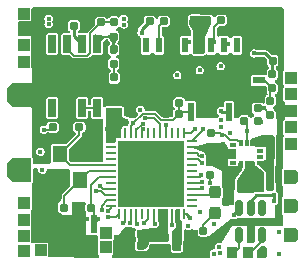
<source format=gbr>
%TF.GenerationSoftware,KiCad,Pcbnew,8.0.5*%
%TF.CreationDate,2024-10-22T15:36:18+02:00*%
%TF.ProjectId,cansatperso,63616e73-6174-4706-9572-736f2e6b6963,rev?*%
%TF.SameCoordinates,Original*%
%TF.FileFunction,Copper,L1,Top*%
%TF.FilePolarity,Positive*%
%FSLAX46Y46*%
G04 Gerber Fmt 4.6, Leading zero omitted, Abs format (unit mm)*
G04 Created by KiCad (PCBNEW 8.0.5) date 2024-10-22 15:36:18*
%MOMM*%
%LPD*%
G01*
G04 APERTURE LIST*
G04 Aperture macros list*
%AMRoundRect*
0 Rectangle with rounded corners*
0 $1 Rounding radius*
0 $2 $3 $4 $5 $6 $7 $8 $9 X,Y pos of 4 corners*
0 Add a 4 corners polygon primitive as box body*
4,1,4,$2,$3,$4,$5,$6,$7,$8,$9,$2,$3,0*
0 Add four circle primitives for the rounded corners*
1,1,$1+$1,$2,$3*
1,1,$1+$1,$4,$5*
1,1,$1+$1,$6,$7*
1,1,$1+$1,$8,$9*
0 Add four rect primitives between the rounded corners*
20,1,$1+$1,$2,$3,$4,$5,0*
20,1,$1+$1,$4,$5,$6,$7,0*
20,1,$1+$1,$6,$7,$8,$9,0*
20,1,$1+$1,$8,$9,$2,$3,0*%
%AMOutline5P*
0 Free polygon, 5 corners , with rotation*
0 The origin of the aperture is its center*
0 number of corners: always 5*
0 $1 to $10 corner X, Y*
0 $11 Rotation angle, in degrees counterclockwise*
0 create outline with 5 corners*
4,1,5,$1,$2,$3,$4,$5,$6,$7,$8,$9,$10,$1,$2,$11*%
%AMOutline6P*
0 Free polygon, 6 corners , with rotation*
0 The origin of the aperture is its center*
0 number of corners: always 6*
0 $1 to $12 corner X, Y*
0 $13 Rotation angle, in degrees counterclockwise*
0 create outline with 6 corners*
4,1,6,$1,$2,$3,$4,$5,$6,$7,$8,$9,$10,$11,$12,$1,$2,$13*%
%AMOutline7P*
0 Free polygon, 7 corners , with rotation*
0 The origin of the aperture is its center*
0 number of corners: always 7*
0 $1 to $14 corner X, Y*
0 $15 Rotation angle, in degrees counterclockwise*
0 create outline with 7 corners*
4,1,7,$1,$2,$3,$4,$5,$6,$7,$8,$9,$10,$11,$12,$13,$14,$1,$2,$15*%
%AMOutline8P*
0 Free polygon, 8 corners , with rotation*
0 The origin of the aperture is its center*
0 number of corners: always 8*
0 $1 to $16 corner X, Y*
0 $17 Rotation angle, in degrees counterclockwise*
0 create outline with 8 corners*
4,1,8,$1,$2,$3,$4,$5,$6,$7,$8,$9,$10,$11,$12,$13,$14,$15,$16,$1,$2,$17*%
%AMFreePoly0*
4,1,8,1.000000,0.600000,1.000000,-1.000000,0.000000,-1.000000,-1.000000,-1.000000,-1.000000,0.600000,-0.600000,1.000000,0.600000,1.000000,1.000000,0.600000,1.000000,0.600000,$1*%
G04 Aperture macros list end*
%TA.AperFunction,SMDPad,CuDef*%
%ADD10RoundRect,0.160000X-0.197500X-0.160000X0.197500X-0.160000X0.197500X0.160000X-0.197500X0.160000X0*%
%TD*%
%TA.AperFunction,SMDPad,CuDef*%
%ADD11R,0.550000X1.500000*%
%TD*%
%TA.AperFunction,SMDPad,CuDef*%
%ADD12R,1.000000X1.000000*%
%TD*%
%TA.AperFunction,SMDPad,CuDef*%
%ADD13RoundRect,0.155000X0.155000X-0.212500X0.155000X0.212500X-0.155000X0.212500X-0.155000X-0.212500X0*%
%TD*%
%TA.AperFunction,SMDPad,CuDef*%
%ADD14R,1.200000X1.400000*%
%TD*%
%TA.AperFunction,SMDPad,CuDef*%
%ADD15RoundRect,0.155000X-0.212500X-0.155000X0.212500X-0.155000X0.212500X0.155000X-0.212500X0.155000X0*%
%TD*%
%TA.AperFunction,ComponentPad*%
%ADD16Outline6P,-0.600000X0.360000X-0.360000X0.600000X0.360000X0.600000X0.600000X0.360000X0.600000X-0.600000X-0.600000X-0.600000X270.000000*%
%TD*%
%TA.AperFunction,SMDPad,CuDef*%
%ADD17RoundRect,0.155000X0.212500X0.155000X-0.212500X0.155000X-0.212500X-0.155000X0.212500X-0.155000X0*%
%TD*%
%TA.AperFunction,ComponentPad*%
%ADD18FreePoly0,90.000000*%
%TD*%
%TA.AperFunction,SMDPad,CuDef*%
%ADD19RoundRect,0.160000X0.197500X0.160000X-0.197500X0.160000X-0.197500X-0.160000X0.197500X-0.160000X0*%
%TD*%
%TA.AperFunction,SMDPad,CuDef*%
%ADD20RoundRect,0.237500X0.237500X-0.287500X0.237500X0.287500X-0.237500X0.287500X-0.237500X-0.287500X0*%
%TD*%
%TA.AperFunction,SMDPad,CuDef*%
%ADD21R,0.650000X1.525000*%
%TD*%
%TA.AperFunction,SMDPad,CuDef*%
%ADD22RoundRect,0.160000X-0.160000X0.197500X-0.160000X-0.197500X0.160000X-0.197500X0.160000X0.197500X0*%
%TD*%
%TA.AperFunction,SMDPad,CuDef*%
%ADD23RoundRect,0.160000X0.160000X-0.197500X0.160000X0.197500X-0.160000X0.197500X-0.160000X-0.197500X0*%
%TD*%
%TA.AperFunction,SMDPad,CuDef*%
%ADD24R,0.600000X1.250000*%
%TD*%
%TA.AperFunction,SMDPad,CuDef*%
%ADD25R,1.200000X3.790000*%
%TD*%
%TA.AperFunction,SMDPad,CuDef*%
%ADD26R,1.450000X1.400000*%
%TD*%
%TA.AperFunction,SMDPad,CuDef*%
%ADD27R,1.000000X0.600000*%
%TD*%
%TA.AperFunction,SMDPad,CuDef*%
%ADD28R,0.950000X0.850000*%
%TD*%
%TA.AperFunction,SMDPad,CuDef*%
%ADD29RoundRect,0.150000X0.150000X-0.512500X0.150000X0.512500X-0.150000X0.512500X-0.150000X-0.512500X0*%
%TD*%
%TA.AperFunction,SMDPad,CuDef*%
%ADD30RoundRect,0.062500X-0.375000X-0.062500X0.375000X-0.062500X0.375000X0.062500X-0.375000X0.062500X0*%
%TD*%
%TA.AperFunction,SMDPad,CuDef*%
%ADD31RoundRect,0.062500X-0.062500X-0.375000X0.062500X-0.375000X0.062500X0.375000X-0.062500X0.375000X0*%
%TD*%
%TA.AperFunction,HeatsinkPad*%
%ADD32R,5.600000X5.600000*%
%TD*%
%TA.AperFunction,SMDPad,CuDef*%
%ADD33R,0.575000X0.350000*%
%TD*%
%TA.AperFunction,SMDPad,CuDef*%
%ADD34R,0.350000X0.575000*%
%TD*%
%TA.AperFunction,ViaPad*%
%ADD35C,0.400000*%
%TD*%
%TA.AperFunction,Conductor*%
%ADD36C,0.150000*%
%TD*%
%TA.AperFunction,Conductor*%
%ADD37C,0.250000*%
%TD*%
%TA.AperFunction,Conductor*%
%ADD38C,0.200000*%
%TD*%
G04 APERTURE END LIST*
D10*
%TO.P,R8,1*%
%TO.N,+3.3V*%
X183732500Y-74100000D03*
%TO.P,R8,2*%
%TO.N,SPI1_MISO_SD*%
X184927500Y-74100000D03*
%TD*%
D11*
%TO.P,SW1,1,1*%
%TO.N,GND*%
X175770000Y-91295000D03*
%TO.P,SW1,2,2*%
%TO.N,NRST*%
X179020000Y-91295000D03*
%TD*%
D12*
%TO.P,1,1*%
%TO.N,GND*%
X173080000Y-74720000D03*
%TD*%
D13*
%TO.P,C32,1*%
%TO.N,GND*%
X180720000Y-80007500D03*
%TO.P,C32,2*%
%TO.N,ADC1_IN2_CURR*%
X180720000Y-78872500D03*
%TD*%
%TO.P,C7,1*%
%TO.N,GND*%
X185020000Y-93557500D03*
%TO.P,C7,2*%
%TO.N,+3.3V*%
X185020000Y-92422500D03*
%TD*%
D14*
%TO.P,Y1,1,1*%
%TO.N,Net-(U1-PF0)*%
X176110000Y-85390000D03*
%TO.P,Y1,2,2*%
%TO.N,GND*%
X176110000Y-87590000D03*
%TO.P,Y1,3,3*%
%TO.N,Net-(U1-PF1)*%
X177810000Y-87590000D03*
%TO.P,Y1,4,4*%
%TO.N,GND*%
X177810000Y-85390000D03*
%TD*%
D15*
%TO.P,C2,1*%
%TO.N,GND*%
X177652500Y-89920000D03*
%TO.P,C2,2*%
%TO.N,NRST*%
X178787500Y-89920000D03*
%TD*%
D16*
%TO.P,REF\u002A\u002A2,1*%
%TO.N,TIM3_CHI_PWM4*%
X195660000Y-87340000D03*
%TD*%
D17*
%TO.P,C6,1*%
%TO.N,GND*%
X182035000Y-81870000D03*
%TO.P,C6,2*%
%TO.N,+3.3V*%
X180900000Y-81870000D03*
%TD*%
%TO.P,C12,1*%
%TO.N,Net-(U1-PF1)*%
X176507500Y-89920000D03*
%TO.P,C12,2*%
%TO.N,GND*%
X175372500Y-89920000D03*
%TD*%
D15*
%TO.P,C10,1*%
%TO.N,GND*%
X181862500Y-93140000D03*
%TO.P,C10,2*%
%TO.N,+3.3V*%
X182997500Y-93140000D03*
%TD*%
D18*
%TO.P,,1*%
%TO.N,GND*%
X172680000Y-80400000D03*
%TD*%
D12*
%TO.P,7,1*%
%TO.N,+3.3V*%
X195700000Y-80300000D03*
%TD*%
D19*
%TO.P,R2,1*%
%TO.N,USART3_RX*%
X186237500Y-81030000D03*
%TO.P,R2,2*%
%TO.N,GND*%
X185042500Y-81030000D03*
%TD*%
D12*
%TO.P,2,1*%
%TO.N,+3.3V*%
X173070000Y-76130000D03*
%TD*%
D15*
%TO.P,C1,1*%
%TO.N,+3.3V*%
X190569500Y-88132000D03*
%TO.P,C1,2*%
%TO.N,GND*%
X191704500Y-88132000D03*
%TD*%
D12*
%TO.P,8,1*%
%TO.N,+5V*%
X195700000Y-78900000D03*
%TD*%
%TO.P,4,1*%
%TO.N,I2C3_SCL_ACCEL*%
X195700000Y-84500000D03*
%TD*%
D17*
%TO.P,C16,1*%
%TO.N,+3.3V*%
X187467500Y-74010000D03*
%TO.P,C16,2*%
%TO.N,GND*%
X186332500Y-74010000D03*
%TD*%
D20*
%TO.P,D3,1,K*%
%TO.N,Net-(D3-K)*%
X189300000Y-90355000D03*
%TO.P,D3,2,A*%
%TO.N,Net-(D3-A)*%
X189300000Y-88605000D03*
%TD*%
D13*
%TO.P,C8,1*%
%TO.N,GND*%
X184040000Y-93547500D03*
%TO.P,C8,2*%
%TO.N,+3.3V*%
X184040000Y-92412500D03*
%TD*%
D21*
%TO.P,IC4,1,VM*%
%TO.N,VIN*%
X175470000Y-81450000D03*
%TO.P,IC4,2,GND*%
%TO.N,GND*%
X176740000Y-81450000D03*
%TO.P,IC4,3,A1*%
%TO.N,Net-(IC4-A1)*%
X178010000Y-81450000D03*
%TO.P,IC4,4,A2*%
X179280000Y-81450000D03*
%TO.P,IC4,5,OUT*%
%TO.N,Net-(IC4-OUT)*%
X179280000Y-76026000D03*
%TO.P,IC4,6,VCC*%
%TO.N,+5V*%
X178010000Y-76026000D03*
%TO.P,IC4,7,A3*%
%TO.N,Net-(IC4-A3)*%
X176740000Y-76026000D03*
%TO.P,IC4,8,VP*%
%TO.N,BAT+*%
X175470000Y-76026000D03*
%TD*%
D22*
%TO.P,R5,1*%
%TO.N,+3.3V*%
X194100000Y-78592500D03*
%TO.P,R5,2*%
%TO.N,Net-(J2-G3)*%
X194100000Y-79787500D03*
%TD*%
D23*
%TO.P,R24,1*%
%TO.N,ADC1_IN2_CURR*%
X180690000Y-77697500D03*
%TO.P,R24,2*%
%TO.N,Net-(IC4-OUT)*%
X180690000Y-76502500D03*
%TD*%
D12*
%TO.P,REF\u002A\u002A,1*%
%TO.N,USART3_RX*%
X180000000Y-93270000D03*
%TD*%
D19*
%TO.P,R9,1*%
%TO.N,+3.3V*%
X192914500Y-82522000D03*
%TO.P,R9,2*%
%TO.N,I2C3_SCL_ACCEL*%
X191719500Y-82522000D03*
%TD*%
D12*
%TO.P,3,1*%
%TO.N,GPIO_EXTI1*%
X173070000Y-77580000D03*
%TD*%
D13*
%TO.P,C15,1*%
%TO.N,+3.3V*%
X194150000Y-77457500D03*
%TO.P,C15,2*%
%TO.N,GND*%
X194150000Y-76322500D03*
%TD*%
D16*
%TO.P,REF\u002A\u002A1,5v*%
%TO.N,+5V*%
X195660000Y-89740000D03*
%TD*%
D22*
%TO.P,R25,1*%
%TO.N,Net-(IC4-A3)*%
X180670000Y-74212500D03*
%TO.P,R25,2*%
%TO.N,Net-(IC4-OUT)*%
X180670000Y-75407500D03*
%TD*%
D17*
%TO.P,C31,1*%
%TO.N,+5V*%
X177327500Y-74500000D03*
%TO.P,C31,2*%
%TO.N,GND*%
X176192500Y-74500000D03*
%TD*%
D12*
%TO.P,,1*%
%TO.N,+5V*%
X173070000Y-73460000D03*
%TD*%
%TO.P,2,1*%
%TO.N,SWDIO*%
X173070000Y-92300000D03*
%TD*%
%TO.P,5,1*%
%TO.N,I2C3_SDA_ACCEL*%
X195700000Y-83100000D03*
%TD*%
D10*
%TO.P,R26,1*%
%TO.N,GND*%
X178412500Y-74210000D03*
%TO.P,R26,2*%
%TO.N,Net-(IC4-A3)*%
X179607500Y-74210000D03*
%TD*%
D12*
%TO.P,1,1*%
%TO.N,SWCLK{slash}I2C1_SDA*%
X173070000Y-90900000D03*
%TD*%
D15*
%TO.P,C11,1*%
%TO.N,+3.3V*%
X186022500Y-93260000D03*
%TO.P,C11,2*%
%TO.N,GND*%
X187157500Y-93260000D03*
%TD*%
D24*
%TO.P,J2,1,1*%
%TO.N,unconnected-(J2-Pad1)*%
X191110000Y-76155000D03*
%TO.P,J2,2,2*%
%TO.N,SPI1_CS_SD*%
X190010000Y-76155000D03*
%TO.P,J2,3,3*%
%TO.N,SPI1_MOSI_SD*%
X188910000Y-76155000D03*
%TO.P,J2,4,4*%
%TO.N,+3.3V*%
X187810000Y-76155000D03*
%TO.P,J2,5,5*%
%TO.N,SPI1_SCK_SD*%
X186710000Y-76155000D03*
%TO.P,J2,6,6*%
%TO.N,GND*%
X185610000Y-76155000D03*
%TO.P,J2,7,7*%
%TO.N,SPI1_MISO_SD*%
X184510000Y-76155000D03*
%TO.P,J2,8,8*%
%TO.N,unconnected-(J2-Pad8)*%
X183410000Y-76155000D03*
D25*
%TO.P,J2,9,G1*%
%TO.N,GND*%
X182260000Y-78635000D03*
D26*
%TO.P,J2,10,G2*%
X192735000Y-77880000D03*
D27*
%TO.P,J2,11,G3*%
%TO.N,Net-(J2-G3)*%
X192960000Y-79130000D03*
D28*
%TO.P,J2,12,G4*%
%TO.N,GND*%
X192035000Y-80105000D03*
%TD*%
D29*
%TO.P,U2,1,I/O1*%
%TO.N,USBD-*%
X191320000Y-92230000D03*
%TO.P,U2,2,GND*%
%TO.N,GND*%
X192270000Y-92230000D03*
%TO.P,U2,3,I/O2*%
%TO.N,USBD+*%
X193220000Y-92230000D03*
%TO.P,U2,4,I/O2*%
%TO.N,D+*%
X193220000Y-89955000D03*
%TO.P,U2,5,VBUS*%
%TO.N,+5V*%
X192270000Y-89955000D03*
%TO.P,U2,6,I/O1*%
%TO.N,D-*%
X191320000Y-89955000D03*
%TD*%
D12*
%TO.P,6,1*%
%TO.N,GND*%
X195700000Y-81700000D03*
%TD*%
D16*
%TO.P,REF\u002A\u002A,1*%
%TO.N,GND*%
X195660000Y-92190000D03*
%TD*%
D11*
%TO.P,SW2,1,1*%
%TO.N,USART3_RX*%
X187200000Y-81795000D03*
%TO.P,SW2,2,2*%
%TO.N,+3.3V*%
X190450000Y-81795000D03*
%TD*%
D22*
%TO.P,R6,1*%
%TO.N,Net-(J2-G3)*%
X193960000Y-80852500D03*
%TO.P,R6,2*%
%TO.N,SDDETECT*%
X193960000Y-82047500D03*
%TD*%
D13*
%TO.P,C4,1*%
%TO.N,GND*%
X188800000Y-87137500D03*
%TO.P,C4,2*%
%TO.N,+3.3V*%
X188800000Y-86002500D03*
%TD*%
D12*
%TO.P,,1*%
%TO.N,SWO*%
X173090000Y-89490000D03*
%TD*%
D17*
%TO.P,C17,1*%
%TO.N,+3.3V*%
X193907500Y-88120000D03*
%TO.P,C17,2*%
%TO.N,GND*%
X192772500Y-88120000D03*
%TD*%
D15*
%TO.P,C9,1*%
%TO.N,GND*%
X181872500Y-92090000D03*
%TO.P,C9,2*%
%TO.N,+3.3V*%
X183007500Y-92090000D03*
%TD*%
D30*
%TO.P,U1,1,VBAT*%
%TO.N,+3.3V*%
X180422500Y-84287500D03*
%TO.P,U1,2,PC13*%
%TO.N,unconnected-(U1-PC13-Pad2)*%
X180422500Y-84787500D03*
%TO.P,U1,3,PC14*%
%TO.N,unconnected-(U1-PC14-Pad3)*%
X180422500Y-85287500D03*
%TO.P,U1,4,PC15*%
%TO.N,unconnected-(U1-PC15-Pad4)*%
X180422500Y-85787500D03*
%TO.P,U1,5,PF0*%
%TO.N,Net-(U1-PF0)*%
X180422500Y-86287500D03*
%TO.P,U1,6,PF1*%
%TO.N,Net-(U1-PF1)*%
X180422500Y-86787500D03*
%TO.P,U1,7,PG10*%
%TO.N,NRST*%
X180422500Y-87287500D03*
%TO.P,U1,8,PA0*%
%TO.N,ADC1_IN1*%
X180422500Y-87787500D03*
%TO.P,U1,9,PA1*%
%TO.N,ADC1_IN2_CURR*%
X180422500Y-88287500D03*
%TO.P,U1,10,PA2*%
%TO.N,ADC1_IN3_VBAT*%
X180422500Y-88787500D03*
%TO.P,U1,11,PA3*%
%TO.N,LPUART1_RX_RADIO*%
X180422500Y-89287500D03*
%TO.P,U1,12,PA4*%
%TO.N,ADC2_IN17*%
X180422500Y-89787500D03*
D31*
%TO.P,U1,13,PA5*%
%TO.N,SPI1_SCK_SD*%
X181110000Y-90475000D03*
%TO.P,U1,14,PA6*%
%TO.N,SPI1_MISO_SD*%
X181610000Y-90475000D03*
%TO.P,U1,15,PA7*%
%TO.N,SPI1_MOSI_SD*%
X182110000Y-90475000D03*
%TO.P,U1,16,PC4*%
%TO.N,SPI1_CS_SD*%
X182610000Y-90475000D03*
%TO.P,U1,17,PB0*%
%TO.N,unconnected-(U1-PB0-Pad17)*%
X183110000Y-90475000D03*
%TO.P,U1,18,PB1*%
%TO.N,GPIO_EXTI1*%
X183610000Y-90475000D03*
%TO.P,U1,19,PB2*%
%TO.N,SDDETECT*%
X184110000Y-90475000D03*
%TO.P,U1,20,VREF+*%
%TO.N,+3.3V*%
X184610000Y-90475000D03*
%TO.P,U1,21,VDDA*%
X185110000Y-90475000D03*
%TO.P,U1,22,PB10*%
%TO.N,USART3_TX*%
X185610000Y-90475000D03*
%TO.P,U1,23,VDD*%
%TO.N,+3.3V*%
X186110000Y-90475000D03*
%TO.P,U1,24,PB11*%
%TO.N,LPUART1_TX_RADIO*%
X186610000Y-90475000D03*
D30*
%TO.P,U1,25,PB12*%
%TO.N,unconnected-(U1-PB12-Pad25)*%
X187297500Y-89787500D03*
%TO.P,U1,26,PB13*%
%TO.N,unconnected-(U1-PB13-Pad26)*%
X187297500Y-89287500D03*
%TO.P,U1,27,PB14*%
%TO.N,Net-(D3-A)*%
X187297500Y-88787500D03*
%TO.P,U1,28,PB15*%
%TO.N,PWEN*%
X187297500Y-88287500D03*
%TO.P,U1,29,PC6*%
%TO.N,TIM3_CHI_PWM4*%
X187297500Y-87787500D03*
%TO.P,U1,30,PA8*%
%TO.N,I2C3_SCL_ACCEL*%
X187297500Y-87287500D03*
%TO.P,U1,31,PA9*%
%TO.N,unconnected-(U1-PA9-Pad31)*%
X187297500Y-86787500D03*
%TO.P,U1,32,PA10*%
%TO.N,unconnected-(U1-PA10-Pad32)*%
X187297500Y-86287500D03*
%TO.P,U1,33,PA11*%
%TO.N,D-*%
X187297500Y-85787500D03*
%TO.P,U1,34,PA12*%
%TO.N,D+*%
X187297500Y-85287500D03*
%TO.P,U1,35,VDD*%
%TO.N,+3.3V*%
X187297500Y-84787500D03*
%TO.P,U1,36,PA13*%
%TO.N,SWDIO*%
X187297500Y-84287500D03*
D31*
%TO.P,U1,37,PA14*%
%TO.N,SWCLK{slash}I2C1_SDA*%
X186610000Y-83600000D03*
%TO.P,U1,38,PA15*%
%TO.N,I2C1_SCL*%
X186110000Y-83600000D03*
%TO.P,U1,39,PC10*%
%TO.N,unconnected-(U1-PC10-Pad39)*%
X185610000Y-83600000D03*
%TO.P,U1,40,PC11*%
%TO.N,I2C3_SDA_ACCEL*%
X185110000Y-83600000D03*
%TO.P,U1,41,PB3*%
%TO.N,SWO*%
X184610000Y-83600000D03*
%TO.P,U1,42,PB4*%
%TO.N,unconnected-(U1-PB4-Pad42)*%
X184110000Y-83600000D03*
%TO.P,U1,43,PB5*%
%TO.N,unconnected-(U1-PB5-Pad43)*%
X183610000Y-83600000D03*
%TO.P,U1,44,PB6*%
%TO.N,USART1_TX_GPS*%
X183110000Y-83600000D03*
%TO.P,U1,45,PB7*%
%TO.N,USART1_RX_GPS*%
X182610000Y-83600000D03*
%TO.P,U1,46,PB8*%
%TO.N,USART3_RX*%
X182110000Y-83600000D03*
%TO.P,U1,47,PB9*%
%TO.N,unconnected-(U1-PB9-Pad47)*%
X181610000Y-83600000D03*
%TO.P,U1,48,VDD*%
%TO.N,+3.3V*%
X181110000Y-83600000D03*
D32*
%TO.P,U1,49,VSS*%
%TO.N,GND*%
X183860000Y-87037500D03*
%TD*%
D17*
%TO.P,C30,1*%
%TO.N,GND*%
X176647500Y-83080000D03*
%TO.P,C30,2*%
%TO.N,ADC1_IN3_VBAT*%
X175512500Y-83080000D03*
%TD*%
%TO.P,C13,1*%
%TO.N,GND*%
X178917500Y-83080000D03*
%TO.P,C13,2*%
%TO.N,Net-(U1-PF0)*%
X177782500Y-83080000D03*
%TD*%
D12*
%TO.P,3,1*%
%TO.N,NRST*%
X173080000Y-93590000D03*
%TD*%
D18*
%TO.P,REF\u002A\u002A,1*%
%TO.N,BAT+*%
X172675000Y-86705000D03*
%TD*%
D23*
%TO.P,R20,1*%
%TO.N,GND*%
X188270000Y-93055000D03*
%TO.P,R20,2*%
%TO.N,Net-(D3-K)*%
X188270000Y-91860000D03*
%TD*%
D17*
%TO.P,C5,1*%
%TO.N,GND*%
X187187500Y-92250000D03*
%TO.P,C5,2*%
%TO.N,+3.3V*%
X186052500Y-92250000D03*
%TD*%
%TO.P,C14,1*%
%TO.N,SDDETECT*%
X192897500Y-81470000D03*
%TO.P,C14,2*%
%TO.N,GND*%
X191762500Y-81470000D03*
%TD*%
D22*
%TO.P,R10,1*%
%TO.N,I2C3_SDA_ACCEL*%
X188897000Y-83564500D03*
%TO.P,R10,2*%
%TO.N,+3.3V*%
X188897000Y-84759500D03*
%TD*%
D12*
%TO.P,,1*%
%TO.N,USART3_TX*%
X180020000Y-92060000D03*
%TD*%
D15*
%TO.P,C3,1*%
%TO.N,GND*%
X185072500Y-82000000D03*
%TO.P,C3,2*%
%TO.N,USART3_RX*%
X186207500Y-82000000D03*
%TD*%
D33*
%TO.P,IC1,1,SAO*%
%TO.N,unconnected-(IC1-SAO-Pad1)*%
X190774000Y-84580000D03*
%TO.P,IC1,2,RSVD_1*%
%TO.N,+3.3V*%
X190774000Y-85080000D03*
%TO.P,IC1,3,RSVD_2*%
X190774000Y-85580000D03*
%TO.P,IC1,4,INT_0*%
%TO.N,unconnected-(IC1-INT_0-Pad4)*%
X190774000Y-86080000D03*
D34*
%TO.P,IC1,5,VDD_IO*%
%TO.N,+3.3V*%
X191437000Y-86242000D03*
%TO.P,IC1,6,GND_1*%
%TO.N,GND*%
X191937000Y-86242000D03*
%TO.P,IC1,7,GND_2*%
X192437000Y-86242000D03*
D33*
%TO.P,IC1,8,VDD*%
%TO.N,+3.3V*%
X193100000Y-86080000D03*
%TO.P,IC1,9,INT_1*%
%TO.N,unconnected-(IC1-INT_1-Pad9)*%
X193100000Y-85580000D03*
%TO.P,IC1,10,RSVD_3*%
%TO.N,unconnected-(IC1-RSVD_3-Pad10)*%
X193100000Y-85080000D03*
%TO.P,IC1,11,RSVD_4*%
%TO.N,+3.3V*%
X193100000Y-84580000D03*
D34*
%TO.P,IC1,12,CS*%
X192437000Y-84418000D03*
%TO.P,IC1,13,SCL*%
%TO.N,I2C3_SCL_ACCEL*%
X191937000Y-84418000D03*
%TO.P,IC1,14,SDA*%
%TO.N,I2C3_SDA_ACCEL*%
X191437000Y-84418000D03*
%TD*%
D10*
%TO.P,R7,1*%
%TO.N,+3.3V*%
X188582500Y-74030000D03*
%TO.P,R7,2*%
%TO.N,SPI1_MOSI_SD*%
X189777500Y-74030000D03*
%TD*%
D12*
%TO.P,,1*%
%TO.N,ADC2_IN17*%
X174500000Y-93520000D03*
%TD*%
D35*
%TO.N,GND*%
X189020000Y-78290000D03*
X186860000Y-77390000D03*
X186880000Y-77930000D03*
X176360000Y-93120000D03*
X176050000Y-79740000D03*
X184730000Y-85210000D03*
X176140000Y-82470000D03*
X194760000Y-76690000D03*
X195710000Y-81720000D03*
X192250000Y-88020000D03*
X182160000Y-85940000D03*
X188060000Y-80840000D03*
X191100000Y-73300000D03*
X174140000Y-76740000D03*
X182600000Y-73300000D03*
X189650000Y-79120000D03*
X190880000Y-79060000D03*
X175390000Y-93170000D03*
X194680000Y-91940000D03*
X180900000Y-73300000D03*
X185500000Y-89530000D03*
X183680000Y-78680000D03*
X178400000Y-90820000D03*
X173080000Y-74720000D03*
X186810000Y-92670000D03*
X182750000Y-85180000D03*
X194760000Y-85190000D03*
X186380000Y-89540000D03*
X183870000Y-86560000D03*
X185770000Y-86240000D03*
X177800000Y-79760000D03*
X175330000Y-93790000D03*
X182730000Y-75760000D03*
X179340000Y-84110000D03*
X191820000Y-87500000D03*
X192290000Y-91270000D03*
X177500000Y-73300000D03*
X188800000Y-87800000D03*
X174340000Y-78550000D03*
X183840000Y-85180000D03*
X179390000Y-79780000D03*
X175330000Y-92590000D03*
X183670000Y-77690000D03*
X187970000Y-90257500D03*
X178860000Y-92680000D03*
X187700000Y-73300000D03*
X184670000Y-89530000D03*
X184040000Y-93547500D03*
X182700000Y-93770000D03*
X194580000Y-91267500D03*
X189400000Y-73300000D03*
X174340000Y-80170000D03*
X178930000Y-93810000D03*
X189690000Y-80400000D03*
X182750000Y-86610000D03*
X179200000Y-73300000D03*
X181370000Y-87230000D03*
X192770000Y-77880000D03*
X178130000Y-84070000D03*
X181450000Y-79430000D03*
X192420000Y-91820000D03*
%TO.N,+3.3V*%
X187000000Y-91430000D03*
%TO.N,GND*%
X174400000Y-90095000D03*
X183600000Y-79750000D03*
X191330000Y-77620000D03*
X185670000Y-85170000D03*
X181840000Y-86720000D03*
X194760000Y-80090000D03*
X181000000Y-93770000D03*
X177480000Y-92630000D03*
X184300000Y-73300000D03*
X177600000Y-93770000D03*
X186000000Y-73300000D03*
X188010000Y-79360000D03*
X192600000Y-87500000D03*
%TO.N,+3.3V*%
X193380000Y-84040000D03*
X190050000Y-89495521D03*
X189750000Y-81710000D03*
X193800000Y-86700000D03*
X189950000Y-84530000D03*
X187800000Y-75020000D03*
X190420521Y-89010521D03*
X190070000Y-85070000D03*
X193830000Y-84270000D03*
X195710000Y-80320000D03*
X173070000Y-76130000D03*
X186180000Y-91660000D03*
X188320000Y-75010000D03*
X185110000Y-91730000D03*
X181090000Y-83220000D03*
X192570000Y-76830000D03*
X183050000Y-75090000D03*
X193816587Y-87131306D03*
X181740000Y-82530000D03*
X193150000Y-82610000D03*
X185020000Y-92422500D03*
X180140000Y-83220000D03*
%TO.N,NRST*%
X173080000Y-93590000D03*
X179380000Y-90850660D03*
%TO.N,USART3_RX*%
X180000000Y-93270000D03*
X182345000Y-82715000D03*
%TO.N,SDDETECT*%
X193396250Y-81483750D03*
X184190000Y-91260000D03*
%TO.N,VIN*%
X175470000Y-81450000D03*
X182950430Y-81600789D03*
X174480000Y-85147500D03*
%TO.N,+5V*%
X177340000Y-74380000D03*
X189147500Y-91280000D03*
X193490000Y-93810000D03*
X181560000Y-74390000D03*
X173070000Y-73460000D03*
X181541494Y-73890340D03*
X175170000Y-73890000D03*
X175170000Y-74330000D03*
X194280000Y-88840000D03*
X194280000Y-89310000D03*
X195710000Y-78920000D03*
%TO.N,ADC1_IN3_VBAT*%
X174770000Y-83300000D03*
X179180000Y-88470000D03*
%TO.N,ADC1_IN2_CURR*%
X180720000Y-78872500D03*
X179541191Y-88089171D03*
%TO.N,I2C3_SDA_ACCEL*%
X185110000Y-82870000D03*
X195710000Y-83120000D03*
X189860000Y-83705000D03*
%TO.N,I2C3_SCL_ACCEL*%
X188090000Y-87150000D03*
X191937000Y-83410000D03*
X195710000Y-84520000D03*
%TO.N,3.3VEN*%
X189655249Y-93721215D03*
X189160000Y-93790000D03*
X189740000Y-77920000D03*
X190530166Y-83559834D03*
X189610000Y-93200000D03*
%TO.N,SPI1_CS_SD*%
X182650000Y-91240000D03*
X190330000Y-76010000D03*
%TO.N,SPI1_MISO_SD*%
X181480000Y-91210000D03*
X184510000Y-76050000D03*
%TO.N,SPI1_SCK_SD*%
X180225170Y-90704168D03*
X187020000Y-75880000D03*
%TO.N,SPI1_MOSI_SD*%
X189220000Y-75840000D03*
X182060000Y-91220000D03*
%TO.N,USART1_RX_GPS*%
X189730000Y-83060000D03*
X183132230Y-82772331D03*
%TO.N,USART1_TX_GPS*%
X183185000Y-83269541D03*
X189760000Y-82490000D03*
%TO.N,LPUART1_RX_RADIO*%
X186065000Y-78680000D03*
X179690000Y-90100000D03*
%TO.N,LPUART1_TX_RADIO*%
X187160000Y-90760000D03*
X187976943Y-78256943D03*
%TO.N,GPIO_EXTI1*%
X173070000Y-77580000D03*
X183230000Y-91230000D03*
%TO.N,SWO*%
X183310000Y-82305000D03*
X173090000Y-89490000D03*
%TO.N,SWDIO*%
X188230000Y-83220000D03*
X173070000Y-92300000D03*
%TO.N,SWCLK{slash}I2C1_SDA*%
X173070000Y-90900000D03*
X187585000Y-83220000D03*
%TO.N,TIM3_CHI_PWM4*%
X188120000Y-87730000D03*
%TO.N,USART3_TX*%
X185620000Y-91330000D03*
X180020000Y-92060000D03*
%TO.N,D+*%
X193220000Y-89955000D03*
X188120000Y-85490000D03*
%TO.N,D-*%
X190860000Y-90540000D03*
X188150000Y-86110000D03*
%TO.N,BAT+*%
X174650000Y-86680000D03*
X175470000Y-76026000D03*
%TO.N,PWEN*%
X188180000Y-88240000D03*
X194690000Y-93860000D03*
%TO.N,USBD+*%
X192060000Y-93870000D03*
%TO.N,USBD-*%
X190740000Y-93860000D03*
%TO.N,ADC2_IN17*%
X180190000Y-90150000D03*
X174500000Y-93530000D03*
%TD*%
D36*
%TO.N,GND*%
X188800000Y-87137500D02*
X188800000Y-87800000D01*
D37*
%TO.N,+3.3V*%
X190774000Y-85080000D02*
X190774000Y-85580000D01*
X188800000Y-84856500D02*
X188897000Y-84759500D01*
X189835000Y-81795000D02*
X190450000Y-81795000D01*
X189750000Y-81710000D02*
X189835000Y-81795000D01*
X194100000Y-77507500D02*
X194150000Y-77457500D01*
X193522500Y-76830000D02*
X194150000Y-77457500D01*
X194100000Y-78592500D02*
X194100000Y-77507500D01*
X183050000Y-74782500D02*
X183732500Y-74100000D01*
X192570000Y-76830000D02*
X193522500Y-76830000D01*
X188869000Y-84787500D02*
X188897000Y-84759500D01*
X183050000Y-75090000D02*
X183050000Y-74782500D01*
D36*
%TO.N,NRST*%
X179380000Y-90935000D02*
X179020000Y-91295000D01*
X180420000Y-87290000D02*
X180422500Y-87287500D01*
X179020000Y-90152500D02*
X178787500Y-89920000D01*
X178787500Y-89920000D02*
X178787500Y-87962500D01*
X178787500Y-87962500D02*
X179460000Y-87290000D01*
X179380000Y-90850660D02*
X179380000Y-90935000D01*
X179020000Y-91295000D02*
X179020000Y-90152500D01*
X179460000Y-87290000D02*
X180420000Y-87290000D01*
%TO.N,USART3_RX*%
X185722500Y-82485000D02*
X184719014Y-82485000D01*
X183130000Y-81930000D02*
X182345000Y-82715000D01*
X186237500Y-81970000D02*
X186207500Y-82000000D01*
X186412500Y-81795000D02*
X186207500Y-82000000D01*
X184719014Y-82485000D02*
X184164014Y-81930000D01*
X182345000Y-82715000D02*
X182110000Y-82950000D01*
X187200000Y-81795000D02*
X186412500Y-81795000D01*
X182110000Y-82950000D02*
X182110000Y-83600000D01*
X186237500Y-81030000D02*
X186237500Y-81970000D01*
X184164014Y-81930000D02*
X183130000Y-81930000D01*
X186207500Y-82000000D02*
X185722500Y-82485000D01*
%TO.N,+3.3V*%
X182997500Y-92100000D02*
X183007500Y-92090000D01*
%TO.N,Net-(U1-PF1)*%
X176507500Y-88892500D02*
X177810000Y-87590000D01*
X176507500Y-89920000D02*
X176507500Y-88892500D01*
X180422500Y-86787500D02*
X178612500Y-86787500D01*
X178612500Y-86787500D02*
X177810000Y-87590000D01*
%TO.N,Net-(U1-PF0)*%
X177782500Y-83717500D02*
X176110000Y-85390000D01*
X176110000Y-85390000D02*
X177007500Y-86287500D01*
X177782500Y-83080000D02*
X177782500Y-83717500D01*
X177007500Y-86287500D02*
X180422500Y-86287500D01*
%TO.N,SDDETECT*%
X184190000Y-91260000D02*
X184110000Y-91180000D01*
X193396250Y-81483750D02*
X193960000Y-82047500D01*
X184110000Y-91180000D02*
X184110000Y-90475000D01*
X192897500Y-81470000D02*
X193382500Y-81470000D01*
X193382500Y-81470000D02*
X193396250Y-81483750D01*
D37*
%TO.N,+5V*%
X194280000Y-88840000D02*
X192722501Y-88840000D01*
X177327500Y-75343500D02*
X178010000Y-76026000D01*
X192270000Y-89292501D02*
X192270000Y-89955000D01*
X177327500Y-74500000D02*
X177327500Y-75343500D01*
X192722501Y-88840000D02*
X192270000Y-89292501D01*
X194280000Y-89310000D02*
X194280000Y-88840000D01*
D36*
%TO.N,ADC1_IN3_VBAT*%
X179985001Y-88787500D02*
X180422500Y-88787500D01*
X174770000Y-83300000D02*
X175292500Y-83300000D01*
X175292500Y-83300000D02*
X175512500Y-83080000D01*
X179704278Y-88537500D02*
X179735001Y-88537500D01*
X179180000Y-88470000D02*
X179636778Y-88470000D01*
X179735001Y-88537500D02*
X179985001Y-88787500D01*
X179636778Y-88470000D02*
X179704278Y-88537500D01*
%TO.N,ADC1_IN2_CURR*%
X179807832Y-88287500D02*
X180422500Y-88287500D01*
X179541191Y-88089171D02*
X179672020Y-88220000D01*
X180690000Y-77697500D02*
X180690000Y-78842500D01*
X180690000Y-78842500D02*
X180720000Y-78872500D01*
X179672020Y-88220000D02*
X179740332Y-88220000D01*
X179740332Y-88220000D02*
X179807832Y-88287500D01*
%TO.N,Net-(D3-K)*%
X189300000Y-90355000D02*
X188270000Y-91385000D01*
X188270000Y-91385000D02*
X188270000Y-91860000D01*
%TO.N,Net-(D3-A)*%
X187297500Y-88787500D02*
X189117500Y-88787500D01*
X189117500Y-88787500D02*
X189300000Y-88605000D01*
%TO.N,I2C3_SDA_ACCEL*%
X188897000Y-83564500D02*
X189719500Y-83564500D01*
X191149000Y-84130000D02*
X191437000Y-84418000D01*
X189860000Y-83705000D02*
X190145000Y-83705000D01*
X185110000Y-82870000D02*
X185110000Y-83600000D01*
X190145000Y-83705000D02*
X190570000Y-84130000D01*
X190570000Y-84130000D02*
X191149000Y-84130000D01*
X189719500Y-83564500D02*
X189860000Y-83705000D01*
%TO.N,I2C3_SCL_ACCEL*%
X191937000Y-83410000D02*
X191937000Y-84418000D01*
X191719500Y-82522000D02*
X191937000Y-82739500D01*
X187952500Y-87287500D02*
X188090000Y-87150000D01*
X187297500Y-87287500D02*
X187952500Y-87287500D01*
X191937000Y-82739500D02*
X191937000Y-83410000D01*
%TO.N,Net-(IC4-A3)*%
X178433500Y-77040000D02*
X178700000Y-76773500D01*
X176740000Y-76463500D02*
X177316500Y-77040000D01*
X176740000Y-76026000D02*
X176740000Y-76463500D01*
X178700000Y-75117500D02*
X179607500Y-74210000D01*
X179610000Y-74212500D02*
X179607500Y-74210000D01*
X180670000Y-74212500D02*
X179610000Y-74212500D01*
X178700000Y-76773500D02*
X178700000Y-75117500D01*
X177316500Y-77040000D02*
X178433500Y-77040000D01*
%TO.N,Net-(IC4-A1)*%
X178010000Y-81450000D02*
X179280000Y-81450000D01*
%TO.N,Net-(IC4-OUT)*%
X180670000Y-75407500D02*
X179898500Y-75407500D01*
X180670000Y-75407500D02*
X180670000Y-76482500D01*
X179898500Y-75407500D02*
X179280000Y-76026000D01*
X180670000Y-76482500D02*
X180690000Y-76502500D01*
%TO.N,SPI1_CS_SD*%
X182610000Y-91200000D02*
X182650000Y-91240000D01*
X182610000Y-90475000D02*
X182610000Y-91200000D01*
%TO.N,SPI1_MISO_SD*%
X184927500Y-74100000D02*
X184887500Y-74100000D01*
X181610000Y-90475000D02*
X181610000Y-91080000D01*
X184510000Y-74477500D02*
X184510000Y-76050000D01*
X181610000Y-91080000D02*
X181480000Y-91210000D01*
X184510000Y-76050000D02*
X184510000Y-76155000D01*
X184887500Y-74100000D02*
X184510000Y-74477500D01*
%TO.N,Net-(J2-G3)*%
X193442500Y-79130000D02*
X194100000Y-79787500D01*
X193960000Y-80852500D02*
X193960000Y-79927500D01*
X192960000Y-79130000D02*
X193442500Y-79130000D01*
X193960000Y-79927500D02*
X194100000Y-79787500D01*
%TO.N,SPI1_SCK_SD*%
X180225170Y-90704168D02*
X180880832Y-90704168D01*
X180880832Y-90704168D02*
X181110000Y-90475000D01*
%TO.N,SPI1_MOSI_SD*%
X189220000Y-75840000D02*
X189220000Y-74587500D01*
X182110000Y-91170000D02*
X182060000Y-91220000D01*
X182110000Y-90475000D02*
X182110000Y-91170000D01*
X189220000Y-74587500D02*
X189777500Y-74030000D01*
X189220000Y-75840000D02*
X188910000Y-76150000D01*
X188910000Y-76150000D02*
X188910000Y-76155000D01*
%TO.N,USART1_RX_GPS*%
X182610000Y-83294561D02*
X182610000Y-83600000D01*
X183132230Y-82772331D02*
X182610000Y-83294561D01*
%TO.N,USART1_TX_GPS*%
X183165351Y-83269541D02*
X183110000Y-83324892D01*
X183110000Y-83324892D02*
X183110000Y-83600000D01*
X183185000Y-83269541D02*
X183165351Y-83269541D01*
%TO.N,LPUART1_RX_RADIO*%
X179690000Y-90100000D02*
X179690000Y-89744892D01*
X179690000Y-89744892D02*
X180147392Y-89287500D01*
X180147392Y-89287500D02*
X180422500Y-89287500D01*
%TO.N,LPUART1_TX_RADIO*%
X186875000Y-90475000D02*
X187160000Y-90760000D01*
X186610000Y-90475000D02*
X186875000Y-90475000D01*
%TO.N,GPIO_EXTI1*%
X183610000Y-90475000D02*
X183610000Y-90850000D01*
X183610000Y-90850000D02*
X183230000Y-91230000D01*
%TO.N,SWO*%
X184610000Y-82799669D02*
X184610000Y-83600000D01*
X183310000Y-82305000D02*
X184115331Y-82305000D01*
X184115331Y-82305000D02*
X184610000Y-82799669D01*
%TO.N,SWDIO*%
X188230000Y-83355000D02*
X187297500Y-84287500D01*
X188230000Y-83220000D02*
X188230000Y-83355000D01*
%TO.N,SWCLK{slash}I2C1_SDA*%
X187205000Y-83600000D02*
X186610000Y-83600000D01*
X187585000Y-83220000D02*
X187205000Y-83600000D01*
%TO.N,TIM3_CHI_PWM4*%
X188062500Y-87787500D02*
X188120000Y-87730000D01*
X187297500Y-87787500D02*
X188062500Y-87787500D01*
%TO.N,USART3_TX*%
X185610000Y-91320000D02*
X185610000Y-90475000D01*
X185620000Y-91330000D02*
X185610000Y-91320000D01*
D38*
%TO.N,D+*%
X188120000Y-85490000D02*
X187937499Y-85490000D01*
X187734999Y-85287500D02*
X187297500Y-85287500D01*
X187937499Y-85490000D02*
X187734999Y-85287500D01*
%TO.N,D-*%
X190860000Y-90540000D02*
X190860000Y-90415000D01*
X187827500Y-85787500D02*
X187297500Y-85787500D01*
X188150000Y-86110000D02*
X187827500Y-85787500D01*
X190860000Y-90415000D02*
X191320000Y-89955000D01*
D36*
%TO.N,PWEN*%
X188132500Y-88287500D02*
X188180000Y-88240000D01*
X187297500Y-88287500D02*
X188132500Y-88287500D01*
D38*
%TO.N,USBD+*%
X193220000Y-92710000D02*
X193220000Y-92230000D01*
X192060000Y-93870000D02*
X193220000Y-92710000D01*
%TO.N,USBD-*%
X191320000Y-93280000D02*
X190740000Y-93860000D01*
X191320000Y-92230000D02*
X191320000Y-93280000D01*
D36*
%TO.N,ADC2_IN17*%
X180422500Y-89917500D02*
X180190000Y-90150000D01*
X180422500Y-89787500D02*
X180422500Y-89917500D01*
%TD*%
%TA.AperFunction,Conductor*%
%TO.N,+3.3V*%
G36*
X185244785Y-90009685D02*
G01*
X185290540Y-90062489D01*
X185301734Y-90112242D01*
X185316068Y-91122903D01*
X185302567Y-91180952D01*
X185282500Y-91220338D01*
X185282498Y-91220342D01*
X185265131Y-91329997D01*
X185265131Y-91330002D01*
X185282498Y-91439658D01*
X185308558Y-91490803D01*
X185322061Y-91545338D01*
X185337861Y-92659241D01*
X185319129Y-92726553D01*
X185266979Y-92773052D01*
X185213873Y-92785000D01*
X184824624Y-92785000D01*
X184817469Y-92784793D01*
X184816874Y-92784759D01*
X184816870Y-92784758D01*
X184816838Y-92784757D01*
X184807919Y-92784500D01*
X184807902Y-92784500D01*
X183896636Y-92784500D01*
X183855834Y-92790000D01*
X183852674Y-92790426D01*
X183834589Y-92791528D01*
X183712147Y-92790026D01*
X183710000Y-92790000D01*
X183709999Y-92790000D01*
X183642046Y-92947749D01*
X183639072Y-92954145D01*
X183550918Y-93130456D01*
X183550918Y-93130457D01*
X183437435Y-93357421D01*
X183389847Y-93408579D01*
X183339394Y-93425296D01*
X183314939Y-93427847D01*
X183264860Y-93438410D01*
X183264137Y-93438643D01*
X183262966Y-93439020D01*
X183261986Y-93439174D01*
X183261741Y-93439240D01*
X183261734Y-93439214D01*
X183224926Y-93445000D01*
X182863963Y-93445000D01*
X182819335Y-93434286D01*
X182818937Y-93435514D01*
X182809659Y-93432499D01*
X182749669Y-93422997D01*
X182686534Y-93393067D01*
X182649604Y-93333755D01*
X182645122Y-93304175D01*
X182635641Y-92981822D01*
X182646150Y-92928101D01*
X182662276Y-92891579D01*
X182664582Y-92886948D01*
X182666160Y-92883524D01*
X182666164Y-92883519D01*
X182685804Y-92840920D01*
X182699393Y-92793764D01*
X182705149Y-92773791D01*
X182705152Y-92773777D01*
X182706548Y-92763707D01*
X182711229Y-92729943D01*
X182710729Y-92630463D01*
X182709978Y-92480971D01*
X182709977Y-92480927D01*
X182709977Y-92480822D01*
X182709957Y-92478995D01*
X182709907Y-92476014D01*
X182702293Y-92430492D01*
X182691699Y-92397946D01*
X182687079Y-92378590D01*
X182685488Y-92368339D01*
X182666001Y-92324206D01*
X182655585Y-92268057D01*
X182674949Y-91873027D01*
X182697891Y-91807036D01*
X182752872Y-91763922D01*
X182782220Y-91756217D01*
X184016859Y-91589749D01*
X184071752Y-91594709D01*
X184080335Y-91597498D01*
X184080339Y-91597500D01*
X184080342Y-91597500D01*
X184080344Y-91597501D01*
X184189998Y-91614869D01*
X184190000Y-91614869D01*
X184190002Y-91614869D01*
X184299658Y-91597501D01*
X184299659Y-91597500D01*
X184299661Y-91597500D01*
X184398587Y-91547095D01*
X184398587Y-91547094D01*
X184403307Y-91544690D01*
X184443030Y-91532287D01*
X184460000Y-91530000D01*
X184460000Y-91529999D01*
X184461433Y-91528327D01*
X184473573Y-91475499D01*
X184487285Y-91448587D01*
X184527500Y-91369661D01*
X184527500Y-91369659D01*
X184527501Y-91369658D01*
X184544869Y-91260002D01*
X184544869Y-91259997D01*
X184527501Y-91150341D01*
X184527500Y-91150339D01*
X184477095Y-91051413D01*
X184477094Y-91051412D01*
X184477093Y-91051410D01*
X184472844Y-91045561D01*
X184449368Y-90979753D01*
X184449190Y-90975096D01*
X184432463Y-90116415D01*
X184450838Y-90049005D01*
X184502741Y-90002230D01*
X184556439Y-89990000D01*
X185177746Y-89990000D01*
X185244785Y-90009685D01*
G37*
%TD.AperFunction*%
%TD*%
%TA.AperFunction,Conductor*%
%TO.N,+5V*%
G36*
X193576403Y-93193591D02*
G01*
X193622783Y-93245847D01*
X193634603Y-93297392D01*
X193641978Y-93997923D01*
X193623000Y-94065166D01*
X193570681Y-94111474D01*
X193517985Y-94123228D01*
X192925985Y-94123228D01*
X192858946Y-94103543D01*
X192813191Y-94050739D01*
X192801992Y-94000547D01*
X192801441Y-93948836D01*
X192797090Y-93539853D01*
X192816060Y-93472612D01*
X192833396Y-93450864D01*
X193069035Y-93215225D01*
X193130353Y-93181743D01*
X193155223Y-93178919D01*
X193509134Y-93174706D01*
X193576403Y-93193591D01*
G37*
%TD.AperFunction*%
%TD*%
%TA.AperFunction,Conductor*%
%TO.N,+3.3V*%
G36*
X194245426Y-83789685D02*
G01*
X194291181Y-83842489D01*
X194302360Y-83896592D01*
X194221623Y-87758853D01*
X194221624Y-87758868D01*
X194224609Y-87792604D01*
X194224611Y-87792612D01*
X194235148Y-87845286D01*
X194244687Y-87875411D01*
X194245378Y-87877595D01*
X194249499Y-87886929D01*
X194259434Y-87909427D01*
X194270000Y-87959514D01*
X194270000Y-88283033D01*
X194263605Y-88322340D01*
X194256098Y-88344800D01*
X194256094Y-88344812D01*
X194255111Y-88349025D01*
X194220699Y-88409833D01*
X194158874Y-88442382D01*
X194137802Y-88444782D01*
X193715839Y-88456504D01*
X193648279Y-88438689D01*
X193601076Y-88387176D01*
X193588406Y-88334124D01*
X193579824Y-87656177D01*
X193575859Y-86989931D01*
X193573443Y-86963536D01*
X193572664Y-86959176D01*
X193570746Y-86938958D01*
X193570000Y-86880000D01*
X193570000Y-86879999D01*
X193540620Y-86854929D01*
X193521125Y-86833944D01*
X193497025Y-86801087D01*
X193497021Y-86801083D01*
X193466039Y-86769492D01*
X193466038Y-86769491D01*
X193466032Y-86769485D01*
X193428043Y-86740466D01*
X193370943Y-86696848D01*
X193225019Y-86585378D01*
X193219807Y-86581169D01*
X192861009Y-86274994D01*
X192822791Y-86216504D01*
X192817500Y-86180669D01*
X192817500Y-86045570D01*
X192817224Y-86043062D01*
X192817329Y-86042467D01*
X192817314Y-86042181D01*
X192817381Y-86042177D01*
X192829458Y-85974272D01*
X192876941Y-85923016D01*
X192940480Y-85905500D01*
X193402320Y-85905500D01*
X193417991Y-85902382D01*
X193442182Y-85900000D01*
X193580000Y-85900000D01*
X193550000Y-84750000D01*
X193549999Y-84750000D01*
X193549998Y-84749999D01*
X193217814Y-84754489D01*
X193216138Y-84754500D01*
X192805141Y-84754500D01*
X192773585Y-84750417D01*
X192715990Y-84735260D01*
X192620001Y-84710000D01*
X192620000Y-84710000D01*
X192386500Y-84710000D01*
X192319461Y-84690315D01*
X192273706Y-84637511D01*
X192262500Y-84586000D01*
X192262500Y-84206179D01*
X192282185Y-84139140D01*
X192334989Y-84093385D01*
X192344385Y-84089551D01*
X193209599Y-83777360D01*
X193251685Y-83770000D01*
X194178387Y-83770000D01*
X194245426Y-83789685D01*
G37*
%TD.AperFunction*%
%TD*%
%TA.AperFunction,Conductor*%
%TO.N,+3.3V*%
G36*
X186277539Y-90007685D02*
G01*
X186323294Y-90060489D01*
X186334500Y-90112000D01*
X186334500Y-90870984D01*
X186346857Y-90933109D01*
X186393935Y-91003565D01*
X186402571Y-91012201D01*
X186399973Y-91014798D01*
X186431155Y-91052112D01*
X186441436Y-91099265D01*
X186466773Y-92445713D01*
X186466632Y-92454396D01*
X186456126Y-92659278D01*
X186455130Y-92668808D01*
X186455130Y-92675532D01*
X186454967Y-92681867D01*
X186416857Y-93425017D01*
X186393765Y-93490960D01*
X186338687Y-93533950D01*
X186330773Y-93536779D01*
X186329997Y-93537026D01*
X186329968Y-93537037D01*
X186290571Y-93554434D01*
X186240484Y-93565000D01*
X185804513Y-93565000D01*
X185754421Y-93554431D01*
X185750885Y-93552870D01*
X185744957Y-93550252D01*
X185707369Y-93524502D01*
X185700497Y-93517630D01*
X185674742Y-93480032D01*
X185670564Y-93470569D01*
X185660000Y-93420486D01*
X185660000Y-93064008D01*
X185659999Y-93063991D01*
X185656446Y-93030945D01*
X185645240Y-92979434D01*
X185610813Y-92910658D01*
X185610811Y-92910656D01*
X185606504Y-92904210D01*
X185609095Y-92902478D01*
X185586062Y-92852010D01*
X185584806Y-92833679D01*
X185585809Y-92659278D01*
X185589741Y-91975016D01*
X185609811Y-91908092D01*
X185619073Y-91895640D01*
X185920000Y-91540000D01*
X185919999Y-91539996D01*
X185923157Y-91531209D01*
X185933562Y-91486642D01*
X185957500Y-91439661D01*
X185957500Y-91439659D01*
X185957501Y-91439658D01*
X185974869Y-91330002D01*
X185974869Y-91329997D01*
X185957501Y-91220341D01*
X185957500Y-91220338D01*
X185928103Y-91162643D01*
X185914598Y-91107902D01*
X185902169Y-90113548D01*
X185921014Y-90046270D01*
X185973242Y-89999858D01*
X186026159Y-89988000D01*
X186210500Y-89988000D01*
X186277539Y-90007685D01*
G37*
%TD.AperFunction*%
%TD*%
%TA.AperFunction,Conductor*%
%TO.N,USBD-*%
G36*
X191083106Y-93220363D02*
G01*
X191129486Y-93272619D01*
X191141306Y-93324164D01*
X191148598Y-94016938D01*
X191129620Y-94084181D01*
X191077301Y-94130489D01*
X191024387Y-94142243D01*
X190432376Y-94141204D01*
X190365372Y-94121402D01*
X190319709Y-94068517D01*
X190308601Y-94018523D01*
X190301317Y-93333835D01*
X190320287Y-93266590D01*
X190372602Y-93220276D01*
X190423830Y-93208525D01*
X191015837Y-93201478D01*
X191083106Y-93220363D01*
G37*
%TD.AperFunction*%
%TD*%
%TA.AperFunction,Conductor*%
%TO.N,+3.3V*%
G36*
X188834597Y-73699322D02*
G01*
X188901529Y-73719368D01*
X188946998Y-73772419D01*
X188957910Y-73825387D01*
X188950431Y-74274099D01*
X188939233Y-74323563D01*
X188420000Y-75459997D01*
X188392582Y-76748638D01*
X188371476Y-76815243D01*
X188317710Y-76859865D01*
X188268610Y-76870000D01*
X187504644Y-76870000D01*
X187437605Y-76850315D01*
X187391850Y-76797511D01*
X187380646Y-76745358D01*
X187390000Y-74940002D01*
X187389999Y-74940001D01*
X187390000Y-74940000D01*
X187102952Y-74337199D01*
X187090971Y-74279889D01*
X187091158Y-74274099D01*
X187106108Y-73810648D01*
X187127943Y-73744282D01*
X187182195Y-73700254D01*
X187230710Y-73690652D01*
X188834597Y-73699322D01*
G37*
%TD.AperFunction*%
%TD*%
%TA.AperFunction,Conductor*%
%TO.N,+3.3V*%
G36*
X181372282Y-81450104D02*
G01*
X181418418Y-81502575D01*
X181430000Y-81554902D01*
X181430000Y-82220000D01*
X181913399Y-82483672D01*
X181962826Y-82533055D01*
X181977977Y-82595837D01*
X181974711Y-82718281D01*
X181953246Y-82784772D01*
X181938437Y-82802655D01*
X181918830Y-82822261D01*
X181918830Y-82822265D01*
X181884499Y-82905144D01*
X181882117Y-82917122D01*
X181879312Y-82916564D01*
X181864814Y-82965940D01*
X181812010Y-83011695D01*
X181742852Y-83021639D01*
X181736309Y-83020519D01*
X181726173Y-83018503D01*
X181693480Y-83012000D01*
X181526520Y-83012000D01*
X181526515Y-83012000D01*
X181464390Y-83024357D01*
X181393935Y-83071435D01*
X181346857Y-83141890D01*
X181334500Y-83204015D01*
X181334500Y-83910280D01*
X181314815Y-83977319D01*
X181262011Y-84023074D01*
X181212931Y-84034256D01*
X180920000Y-84039999D01*
X180920000Y-84040000D01*
X180899759Y-84269396D01*
X180874258Y-84334446D01*
X180817637Y-84375382D01*
X180778994Y-84382466D01*
X180121576Y-84397076D01*
X180054116Y-84378886D01*
X180007199Y-84327112D01*
X179994907Y-84268483D01*
X180040000Y-83060000D01*
X180049244Y-81562342D01*
X180069342Y-81495428D01*
X180122428Y-81450000D01*
X180172341Y-81439113D01*
X181305102Y-81430905D01*
X181372282Y-81450104D01*
G37*
%TD.AperFunction*%
%TD*%
%TA.AperFunction,Conductor*%
%TO.N,GND*%
G36*
X192603960Y-85940571D02*
G01*
X192650257Y-85992900D01*
X192662000Y-86045572D01*
X192662000Y-86269820D01*
X192662000Y-86269822D01*
X192661999Y-86269822D01*
X192670731Y-86313718D01*
X192670734Y-86313724D01*
X192679681Y-86327115D01*
X192691925Y-86364529D01*
X192699998Y-86379999D01*
X193371637Y-86893056D01*
X193412962Y-86949394D01*
X193420362Y-86990857D01*
X193425136Y-87792945D01*
X193414573Y-87843768D01*
X193392463Y-87893842D01*
X193392463Y-87893844D01*
X193389500Y-87919380D01*
X193389500Y-88320619D01*
X193392463Y-88346155D01*
X193392463Y-88346157D01*
X193412005Y-88390415D01*
X193421076Y-88459693D01*
X193391252Y-88522878D01*
X193332002Y-88559908D01*
X193298570Y-88564500D01*
X192667699Y-88564500D01*
X192596100Y-88594158D01*
X192596099Y-88594157D01*
X192566442Y-88606442D01*
X192556287Y-88613228D01*
X192553934Y-88609707D01*
X192512911Y-88632073D01*
X192489908Y-88634847D01*
X191287276Y-88666635D01*
X191219740Y-88648728D01*
X191172606Y-88597152D01*
X191160000Y-88542678D01*
X191160000Y-87547740D01*
X191179685Y-87480701D01*
X191181000Y-87478697D01*
X191690000Y-86720000D01*
X191690187Y-86715069D01*
X191712398Y-86648828D01*
X191716713Y-86643676D01*
X191720501Y-86638005D01*
X191720504Y-86638004D01*
X191753767Y-86588222D01*
X191760759Y-86553072D01*
X191762500Y-86544322D01*
X191762500Y-86052289D01*
X191782185Y-85985250D01*
X191834989Y-85939495D01*
X191885218Y-85928296D01*
X192536725Y-85921580D01*
X192603960Y-85940571D01*
G37*
%TD.AperFunction*%
%TD*%
%TA.AperFunction,Conductor*%
%TO.N,Net-(IC4-OUT)*%
G36*
X180923862Y-75089685D02*
G01*
X180969617Y-75142489D01*
X180970240Y-75143876D01*
X180974183Y-75152806D01*
X180974427Y-75153360D01*
X180984999Y-75203458D01*
X180984999Y-75611538D01*
X180974433Y-75661626D01*
X180969450Y-75672911D01*
X180943698Y-75710503D01*
X180906140Y-75748061D01*
X180903809Y-75750441D01*
X180900237Y-75754168D01*
X180900234Y-75754172D01*
X180873019Y-75793035D01*
X180873009Y-75793052D01*
X180842148Y-75855704D01*
X180839027Y-75862441D01*
X180827133Y-75942049D01*
X180835048Y-76011482D01*
X180836060Y-76018798D01*
X180869096Y-76092202D01*
X180897402Y-76126871D01*
X180908736Y-76143290D01*
X180910433Y-76146229D01*
X180910435Y-76146232D01*
X180921132Y-76156929D01*
X180924300Y-76160433D01*
X180927410Y-76163207D01*
X180963697Y-76199494D01*
X180989448Y-76237084D01*
X180994431Y-76248368D01*
X181004999Y-76298459D01*
X181004999Y-76706538D01*
X180994433Y-76756626D01*
X180989450Y-76767911D01*
X180963697Y-76805504D01*
X180955505Y-76813696D01*
X180917911Y-76839449D01*
X180910161Y-76842871D01*
X180870817Y-76852971D01*
X180575144Y-76878683D01*
X180506651Y-76864880D01*
X180498691Y-76860307D01*
X180473105Y-76844315D01*
X180473103Y-76844314D01*
X180462998Y-76839852D01*
X180462947Y-76839829D01*
X180462031Y-76839424D01*
X180424493Y-76813696D01*
X180416299Y-76805502D01*
X180390544Y-76767904D01*
X180385562Y-76756621D01*
X180375000Y-76706541D01*
X180375000Y-76298457D01*
X180385565Y-76248372D01*
X180390545Y-76237093D01*
X180416298Y-76199498D01*
X180453834Y-76161963D01*
X180456145Y-76159603D01*
X180459761Y-76155830D01*
X180486993Y-76116941D01*
X180517864Y-76054262D01*
X180520976Y-76047546D01*
X180532865Y-75967936D01*
X180524948Y-75898516D01*
X180524946Y-75898506D01*
X180524944Y-75898483D01*
X180523934Y-75891186D01*
X180523934Y-75891185D01*
X180517529Y-75876956D01*
X180490895Y-75817785D01*
X180462605Y-75783140D01*
X180451267Y-75766716D01*
X180449566Y-75763769D01*
X180438838Y-75753041D01*
X180435742Y-75749616D01*
X180432650Y-75746853D01*
X180396300Y-75710503D01*
X180370547Y-75672910D01*
X180357773Y-75643978D01*
X180357349Y-75643026D01*
X180356765Y-75641727D01*
X180332458Y-75603658D01*
X180286703Y-75550854D01*
X180281725Y-75545379D01*
X180281724Y-75545378D01*
X180281723Y-75545377D01*
X180230928Y-75514415D01*
X180183930Y-75462714D01*
X180172345Y-75393812D01*
X180199851Y-75329584D01*
X180224669Y-75306734D01*
X180289284Y-75261805D01*
X180334370Y-75208429D01*
X180357829Y-75170897D01*
X180369742Y-75143914D01*
X180414826Y-75090539D01*
X180481612Y-75070010D01*
X180483177Y-75070000D01*
X180856823Y-75070000D01*
X180923862Y-75089685D01*
G37*
%TD.AperFunction*%
%TA.AperFunction,Conductor*%
G36*
X179203483Y-75242389D02*
G01*
X179204119Y-75240226D01*
X179211916Y-75242515D01*
X179211917Y-75242516D01*
X179278956Y-75262201D01*
X179322767Y-75268500D01*
X179565867Y-75268500D01*
X179632906Y-75288185D01*
X179634757Y-75289397D01*
X179647176Y-75297695D01*
X179649762Y-75299474D01*
X179651207Y-75300389D01*
X179651456Y-75300555D01*
X179659977Y-75304351D01*
X179711115Y-75329949D01*
X179717810Y-75333103D01*
X179783318Y-75343319D01*
X179846524Y-75373098D01*
X179883596Y-75432321D01*
X179882765Y-75502186D01*
X179848043Y-75555512D01*
X179848763Y-75556232D01*
X179681861Y-75723134D01*
X179681840Y-75723156D01*
X179670757Y-75735494D01*
X179670734Y-75735521D01*
X179654107Y-75756154D01*
X179654104Y-75756159D01*
X179625981Y-75809922D01*
X179606300Y-75876950D01*
X179606297Y-75876964D01*
X179600000Y-75920763D01*
X179600000Y-76659500D01*
X179580315Y-76726539D01*
X179527511Y-76772294D01*
X179476000Y-76783500D01*
X179223810Y-76783500D01*
X179222220Y-76783490D01*
X179072410Y-76781569D01*
X179005629Y-76761026D01*
X178960554Y-76707640D01*
X178950000Y-76657579D01*
X178950000Y-75374139D01*
X178969685Y-75307100D01*
X179022489Y-75261345D01*
X179052565Y-75252006D01*
X179144907Y-75235805D01*
X179203483Y-75242389D01*
G37*
%TD.AperFunction*%
%TD*%
%TA.AperFunction,Conductor*%
%TO.N,GND*%
G36*
X194300418Y-91430000D02*
G01*
X193488990Y-91430000D01*
X193449200Y-91421606D01*
X193448994Y-91422364D01*
X193439994Y-91419915D01*
X193414865Y-91417000D01*
X193025143Y-91417000D01*
X193025117Y-91417002D01*
X193000012Y-91419913D01*
X192991011Y-91422363D01*
X192990804Y-91421605D01*
X192951012Y-91430000D01*
X192650000Y-91430000D01*
X192613326Y-92759419D01*
X192591800Y-92825891D01*
X192537754Y-92870172D01*
X192489373Y-92880000D01*
X192095710Y-92880000D01*
X192028671Y-92860315D01*
X191982916Y-92807511D01*
X191971722Y-92754302D01*
X191990000Y-91420000D01*
X191989999Y-91419999D01*
X191612200Y-91437571D01*
X191556354Y-91427140D01*
X191539991Y-91419915D01*
X191514865Y-91417000D01*
X191125143Y-91417000D01*
X191125117Y-91417002D01*
X191100012Y-91419913D01*
X191100010Y-91419914D01*
X191016192Y-91456923D01*
X190971868Y-91467354D01*
X190700000Y-91479999D01*
X189854952Y-92808628D01*
X189802364Y-92854631D01*
X189733253Y-92864900D01*
X189729305Y-92863992D01*
X189729300Y-92864026D01*
X189610002Y-92845131D01*
X189609998Y-92845131D01*
X189500341Y-92862498D01*
X189401414Y-92912904D01*
X189401407Y-92912909D01*
X189322909Y-92991407D01*
X189322904Y-92991414D01*
X189272498Y-93090341D01*
X189255131Y-93199997D01*
X189255131Y-93200003D01*
X189269734Y-93292205D01*
X189260779Y-93361498D01*
X189215783Y-93414950D01*
X189166660Y-93434075D01*
X189050341Y-93452499D01*
X188951414Y-93502904D01*
X188951407Y-93502909D01*
X188872909Y-93581407D01*
X188872904Y-93581414D01*
X188822498Y-93680341D01*
X188805131Y-93789997D01*
X188805131Y-93790002D01*
X188822498Y-93899656D01*
X188822499Y-93899659D01*
X188822500Y-93899661D01*
X188852197Y-93957946D01*
X188865093Y-94026612D01*
X188838817Y-94091353D01*
X188781710Y-94131610D01*
X188741494Y-94138238D01*
X180649584Y-94124042D01*
X180582580Y-94104240D01*
X180536917Y-94051356D01*
X180527095Y-93982180D01*
X180556232Y-93918675D01*
X180580910Y-93896941D01*
X180608504Y-93878504D01*
X180641767Y-93828722D01*
X180645491Y-93810000D01*
X180650500Y-93784822D01*
X180650500Y-92755180D01*
X180645212Y-92728597D01*
X180642188Y-92713395D01*
X180648414Y-92643805D01*
X180660703Y-92620313D01*
X180661767Y-92618722D01*
X180663504Y-92609990D01*
X180670500Y-92574822D01*
X180670500Y-92344000D01*
X180690185Y-92276961D01*
X180742989Y-92231206D01*
X180794500Y-92220000D01*
X181170000Y-92220000D01*
X181571377Y-91608811D01*
X181624631Y-91563581D01*
X181680294Y-91552991D01*
X182003537Y-91566746D01*
X182017618Y-91568156D01*
X182060000Y-91574869D01*
X182076203Y-91572302D01*
X182100860Y-91570887D01*
X182430641Y-91584920D01*
X182496781Y-91607437D01*
X182540249Y-91662139D01*
X182547244Y-91731657D01*
X182538802Y-91758893D01*
X182492463Y-91863841D01*
X182492463Y-91863843D01*
X182489500Y-91889380D01*
X182489500Y-92290619D01*
X182492463Y-92316156D01*
X182492463Y-92316158D01*
X182543238Y-92431150D01*
X182539512Y-92432794D01*
X182554429Y-92478622D01*
X182554479Y-92481603D01*
X182555731Y-92730724D01*
X182536384Y-92797861D01*
X182534033Y-92801423D01*
X182528598Y-92809356D01*
X182482463Y-92913844D01*
X182479500Y-92939380D01*
X182479500Y-93340619D01*
X182482463Y-93366156D01*
X182482463Y-93366158D01*
X182528597Y-93470640D01*
X182535091Y-93480120D01*
X182532463Y-93481920D01*
X182557030Y-93526911D01*
X182559862Y-93552645D01*
X182560000Y-93580000D01*
X182647968Y-93580000D01*
X182698053Y-93590565D01*
X182710115Y-93595890D01*
X182713844Y-93597537D01*
X182739384Y-93600500D01*
X182739386Y-93600500D01*
X183255614Y-93600500D01*
X183255616Y-93600500D01*
X183281156Y-93597537D01*
X183290568Y-93593381D01*
X183296947Y-93590565D01*
X183347032Y-93580000D01*
X183499999Y-93580000D01*
X183500000Y-93580000D01*
X183526545Y-93526911D01*
X183538546Y-93502909D01*
X183559691Y-93460619D01*
X183643898Y-93292205D01*
X183689999Y-93200003D01*
X183690002Y-93199997D01*
X183785727Y-93008546D01*
X183833314Y-92957387D01*
X183896636Y-92940000D01*
X184807902Y-92940000D01*
X184815792Y-92940456D01*
X184815802Y-92940293D01*
X184819382Y-92940499D01*
X184819384Y-92940500D01*
X184819386Y-92940500D01*
X185220614Y-92940500D01*
X185220616Y-92940500D01*
X185220617Y-92940499D01*
X185224198Y-92940293D01*
X185224207Y-92940456D01*
X185232098Y-92940000D01*
X185380500Y-92940000D01*
X185447539Y-92959685D01*
X185493294Y-93012489D01*
X185504500Y-93064000D01*
X185504500Y-93460619D01*
X185507463Y-93486156D01*
X185507463Y-93486158D01*
X185545766Y-93572905D01*
X185553597Y-93590640D01*
X185634360Y-93671403D01*
X185738844Y-93717537D01*
X185764384Y-93720500D01*
X185764386Y-93720500D01*
X186280614Y-93720500D01*
X186280616Y-93720500D01*
X186306156Y-93717537D01*
X186392787Y-93679285D01*
X186444231Y-93668727D01*
X186560000Y-93670000D01*
X186653700Y-91842840D01*
X186676792Y-91776899D01*
X186731870Y-91733909D01*
X186801447Y-91727520D01*
X186833831Y-91738708D01*
X186890341Y-91767501D01*
X186999998Y-91784869D01*
X187000000Y-91784869D01*
X187000002Y-91784869D01*
X187109658Y-91767501D01*
X187109659Y-91767500D01*
X187109661Y-91767500D01*
X187147919Y-91748006D01*
X187207502Y-91734535D01*
X187673685Y-91746911D01*
X187740175Y-91768367D01*
X187784513Y-91822367D01*
X187794306Y-91866278D01*
X187799415Y-92004226D01*
X187799500Y-92008814D01*
X187799500Y-92103858D01*
X187803586Y-92139080D01*
X187803083Y-92139138D01*
X187804838Y-92150655D01*
X187810000Y-92290000D01*
X187852069Y-92290000D01*
X187919108Y-92309685D01*
X187922146Y-92311700D01*
X187931481Y-92318094D01*
X187931486Y-92318099D01*
X188037680Y-92364988D01*
X188063643Y-92368000D01*
X188476356Y-92367999D01*
X188484726Y-92367028D01*
X188502314Y-92364989D01*
X188502315Y-92364988D01*
X188502320Y-92364988D01*
X188608514Y-92318099D01*
X188608521Y-92318091D01*
X188617854Y-92311700D01*
X188684286Y-92290054D01*
X188687931Y-92290000D01*
X188779999Y-92290000D01*
X188780000Y-92290000D01*
X190591512Y-90876830D01*
X190656474Y-90851117D01*
X190724072Y-90864116D01*
X190750339Y-90877500D01*
X190750340Y-90877500D01*
X190750342Y-90877501D01*
X190859998Y-90894869D01*
X190860000Y-90894869D01*
X190860002Y-90894869D01*
X190969658Y-90877501D01*
X190969659Y-90877500D01*
X190969661Y-90877500D01*
X191068587Y-90827095D01*
X191068592Y-90827089D01*
X191076483Y-90821358D01*
X191077928Y-90823347D01*
X191126920Y-90796587D01*
X191151608Y-90793762D01*
X193057360Y-90768008D01*
X193058680Y-90767999D01*
X193414864Y-90767999D01*
X193439991Y-90765085D01*
X193439991Y-90765084D01*
X193449260Y-90764010D01*
X193449331Y-90764625D01*
X193464390Y-90762508D01*
X194314611Y-90751018D01*
X194300418Y-91430000D01*
G37*
%TD.AperFunction*%
%TA.AperFunction,Conductor*%
G36*
X174174219Y-86575518D02*
G01*
X174241005Y-86596032D01*
X174286100Y-86649400D01*
X174295148Y-86680109D01*
X174312498Y-86789658D01*
X174362904Y-86888585D01*
X174362909Y-86888592D01*
X174441407Y-86967090D01*
X174441410Y-86967092D01*
X174441413Y-86967095D01*
X174512990Y-87003565D01*
X174540341Y-87017501D01*
X174649998Y-87034869D01*
X174650000Y-87034869D01*
X174650002Y-87034869D01*
X174759658Y-87017501D01*
X174759659Y-87017500D01*
X174759661Y-87017500D01*
X174858587Y-86967095D01*
X174937095Y-86888587D01*
X174987500Y-86789661D01*
X174988794Y-86781496D01*
X175002977Y-86691946D01*
X175032906Y-86628811D01*
X175092217Y-86591879D01*
X175126983Y-86587353D01*
X176828272Y-86608487D01*
X176895060Y-86629002D01*
X176940156Y-86682371D01*
X176950728Y-86731735D01*
X176958743Y-88070244D01*
X176939460Y-88137400D01*
X176922426Y-88158667D01*
X176379765Y-88701329D01*
X176316330Y-88764763D01*
X176316330Y-88764765D01*
X176281999Y-88847644D01*
X176281999Y-88951788D01*
X176282000Y-88951797D01*
X176282000Y-89135565D01*
X176262315Y-89202604D01*
X176256928Y-89210327D01*
X175970000Y-89590000D01*
X175970000Y-90230000D01*
X176072419Y-90290116D01*
X176097331Y-90309374D01*
X176119360Y-90331403D01*
X176141725Y-90341278D01*
X176207285Y-90370226D01*
X176219963Y-90376717D01*
X176430000Y-90500000D01*
X177190000Y-90480000D01*
X177182150Y-90056110D01*
X177172339Y-89526296D01*
X177190779Y-89458903D01*
X177242727Y-89412179D01*
X177296318Y-89400000D01*
X178177746Y-89400000D01*
X178244785Y-89419685D01*
X178290540Y-89472489D01*
X178301734Y-89522242D01*
X178302797Y-89597200D01*
X178292244Y-89649043D01*
X178272463Y-89693842D01*
X178272463Y-89693844D01*
X178271745Y-89700037D01*
X178269500Y-89719384D01*
X178269500Y-90120616D01*
X178272463Y-90146156D01*
X178287403Y-90179991D01*
X178301653Y-90212265D01*
X178312206Y-90260592D01*
X178325954Y-91229761D01*
X178340000Y-92220000D01*
X178340001Y-92220000D01*
X179245500Y-92220000D01*
X179312539Y-92239685D01*
X179358294Y-92292489D01*
X179369500Y-92344000D01*
X179369500Y-92574820D01*
X179369500Y-92574822D01*
X179369499Y-92574822D01*
X179377811Y-92616604D01*
X179371584Y-92686196D01*
X179359298Y-92709684D01*
X179358233Y-92711276D01*
X179358231Y-92711282D01*
X179349500Y-92755177D01*
X179349500Y-92755180D01*
X179349500Y-93784820D01*
X179349500Y-93784822D01*
X179349499Y-93784822D01*
X179358231Y-93828717D01*
X179358234Y-93828724D01*
X179391494Y-93878502D01*
X179391495Y-93878502D01*
X179391496Y-93878504D01*
X179415667Y-93894654D01*
X179460472Y-93948265D01*
X179469179Y-94017590D01*
X179439025Y-94080618D01*
X179379582Y-94117338D01*
X179346558Y-94121756D01*
X175274282Y-94114612D01*
X175207278Y-94094810D01*
X175161615Y-94041926D01*
X175150500Y-93990612D01*
X175150500Y-93005177D01*
X175141768Y-92961282D01*
X175141767Y-92961281D01*
X175141767Y-92961278D01*
X175108504Y-92911496D01*
X175108503Y-92911495D01*
X175058724Y-92878234D01*
X175058717Y-92878231D01*
X175014822Y-92869500D01*
X175014820Y-92869500D01*
X173985180Y-92869500D01*
X173985178Y-92869500D01*
X173941282Y-92878231D01*
X173941276Y-92878233D01*
X173913389Y-92896867D01*
X173846711Y-92917744D01*
X173779332Y-92899258D01*
X173732642Y-92847279D01*
X173720500Y-92793764D01*
X173720500Y-91785177D01*
X173711768Y-91741282D01*
X173711767Y-91741281D01*
X173711767Y-91741278D01*
X173711765Y-91741275D01*
X173707094Y-91729998D01*
X173710757Y-91728480D01*
X173696530Y-91683047D01*
X173696513Y-91680070D01*
X173697583Y-91516754D01*
X173711138Y-91471682D01*
X173707093Y-91470007D01*
X173711766Y-91458724D01*
X173711766Y-91458723D01*
X173711767Y-91458722D01*
X173720500Y-91414820D01*
X173720500Y-90385180D01*
X173711767Y-90341278D01*
X173711766Y-90341276D01*
X173709384Y-90329302D01*
X173711060Y-90328968D01*
X173705551Y-90300791D01*
X173706716Y-90123016D01*
X173726839Y-90056110D01*
X173727509Y-90055093D01*
X173731767Y-90048722D01*
X173740500Y-90004820D01*
X173740500Y-88975180D01*
X173735603Y-88950563D01*
X173741829Y-88880976D01*
X173742633Y-88878983D01*
X173750500Y-88859991D01*
X173750500Y-88710009D01*
X173750500Y-87893280D01*
X173770185Y-87826241D01*
X173786819Y-87805599D01*
X173809666Y-87782751D01*
X173809667Y-87782750D01*
X173830500Y-87705000D01*
X173830500Y-86767860D01*
X173831097Y-86755707D01*
X173833458Y-86731735D01*
X173834590Y-86720242D01*
X173834590Y-86696848D01*
X173854275Y-86629809D01*
X173907079Y-86584054D01*
X173960126Y-86572858D01*
X174174219Y-86575518D01*
G37*
%TD.AperFunction*%
%TD*%
%TA.AperFunction,Conductor*%
%TO.N,USBD+*%
G36*
X192396403Y-93210363D02*
G01*
X192442783Y-93262619D01*
X192454603Y-93314164D01*
X192461978Y-94014695D01*
X192443000Y-94081938D01*
X192390681Y-94128246D01*
X192337985Y-94140000D01*
X191745985Y-94140000D01*
X191678946Y-94120315D01*
X191633191Y-94067511D01*
X191621992Y-94017319D01*
X191614614Y-93323835D01*
X191633584Y-93256590D01*
X191685898Y-93210276D01*
X191737127Y-93198525D01*
X192329134Y-93191478D01*
X192396403Y-93210363D01*
G37*
%TD.AperFunction*%
%TD*%
%TA.AperFunction,Conductor*%
%TO.N,+3.3V*%
G36*
X190070130Y-84419685D02*
G01*
X190097106Y-84443147D01*
X190306015Y-84686065D01*
X190334803Y-84749726D01*
X190336000Y-84766916D01*
X190336000Y-84769820D01*
X190336000Y-84769822D01*
X190335999Y-84769822D01*
X190344731Y-84813717D01*
X190344732Y-84813721D01*
X190344733Y-84813722D01*
X190377996Y-84863504D01*
X190427778Y-84896767D01*
X190427781Y-84896767D01*
X190427782Y-84896768D01*
X190471677Y-84905500D01*
X190956000Y-84905500D01*
X191023039Y-84925185D01*
X191068794Y-84977989D01*
X191080000Y-85029500D01*
X191080000Y-85630500D01*
X191060315Y-85697539D01*
X191007511Y-85743294D01*
X190956000Y-85754500D01*
X190471678Y-85754500D01*
X190415801Y-85765615D01*
X190415535Y-85764279D01*
X190386776Y-85770000D01*
X190360000Y-85770000D01*
X190360000Y-85785813D01*
X190345975Y-85833573D01*
X190349406Y-85834994D01*
X190344732Y-85846276D01*
X190336000Y-85890177D01*
X190336000Y-86269820D01*
X190344733Y-86313724D01*
X190349407Y-86325007D01*
X190345745Y-86326523D01*
X190359980Y-86371936D01*
X190360000Y-86374185D01*
X190360000Y-86390000D01*
X190386776Y-86390000D01*
X190415535Y-86395720D01*
X190415801Y-86394385D01*
X190471677Y-86405500D01*
X190471680Y-86405500D01*
X191076322Y-86405500D01*
X191131790Y-86394466D01*
X191139999Y-86390000D01*
X191140000Y-86390000D01*
X191140000Y-86389998D01*
X191147406Y-86385970D01*
X191168659Y-86364402D01*
X191170004Y-86363504D01*
X191203267Y-86313722D01*
X191204815Y-86305939D01*
X191222322Y-86262773D01*
X191250000Y-86220000D01*
X191255612Y-86062848D01*
X191277677Y-85996556D01*
X191332080Y-85952715D01*
X191382882Y-85943321D01*
X191486351Y-85946117D01*
X191552833Y-85967606D01*
X191597145Y-86021626D01*
X191607000Y-86070072D01*
X191607000Y-86490365D01*
X191587315Y-86557404D01*
X191586122Y-86559226D01*
X191584293Y-86561965D01*
X191584274Y-86561994D01*
X191572962Y-86578923D01*
X191572556Y-86583490D01*
X191565351Y-86598702D01*
X191565055Y-86599231D01*
X191564962Y-86599398D01*
X191551585Y-86639293D01*
X191536992Y-86668953D01*
X191062407Y-87376353D01*
X191054595Y-87386771D01*
X190960000Y-87499999D01*
X190959999Y-87500000D01*
X190885103Y-89322468D01*
X190874644Y-89367458D01*
X190872416Y-89372503D01*
X190872415Y-89372506D01*
X190869500Y-89397631D01*
X190869500Y-89570880D01*
X190849815Y-89637919D01*
X190797011Y-89683674D01*
X190750456Y-89694781D01*
X189998956Y-89724841D01*
X189931183Y-89707852D01*
X189883355Y-89656918D01*
X189870000Y-89600940D01*
X189870000Y-89124344D01*
X189883515Y-89068049D01*
X189911109Y-89013893D01*
X189911109Y-89013891D01*
X189911110Y-89013890D01*
X189911110Y-89013889D01*
X189922733Y-88940500D01*
X189925500Y-88923033D01*
X189925499Y-88286968D01*
X189925499Y-88286967D01*
X189925499Y-88286962D01*
X189911109Y-88196108D01*
X189911109Y-88196107D01*
X189883515Y-88141950D01*
X189870000Y-88085655D01*
X189870000Y-86760001D01*
X189869999Y-86759999D01*
X189010003Y-86390000D01*
X189009999Y-86389999D01*
X188619141Y-86374672D01*
X188552924Y-86352375D01*
X188509274Y-86297819D01*
X188500000Y-86250767D01*
X188500000Y-86150498D01*
X188501527Y-86131098D01*
X188502795Y-86123097D01*
X188504869Y-86110000D01*
X188501526Y-86088899D01*
X188500000Y-86069501D01*
X188500000Y-85510000D01*
X188487245Y-85484096D01*
X188487320Y-85484058D01*
X188472997Y-85464393D01*
X188467264Y-85441983D01*
X188457501Y-85380342D01*
X188457500Y-85380340D01*
X188457500Y-85380339D01*
X188407095Y-85281413D01*
X188407092Y-85281410D01*
X188407090Y-85281407D01*
X188328592Y-85202909D01*
X188328588Y-85202906D01*
X188328587Y-85202905D01*
X188266810Y-85171428D01*
X188229658Y-85152498D01*
X188120002Y-85135131D01*
X188119998Y-85135131D01*
X188083701Y-85140880D01*
X188014408Y-85131926D01*
X187988701Y-85116693D01*
X187808386Y-84977989D01*
X187720001Y-84910000D01*
X187719997Y-84909999D01*
X187549293Y-84907991D01*
X187482490Y-84887520D01*
X187437360Y-84834181D01*
X187428230Y-84764910D01*
X187458001Y-84701701D01*
X187517219Y-84664620D01*
X187550752Y-84660000D01*
X187709997Y-84660000D01*
X187710000Y-84660000D01*
X188664226Y-84404227D01*
X188696330Y-84400000D01*
X190003091Y-84400000D01*
X190070130Y-84419685D01*
G37*
%TD.AperFunction*%
%TD*%
%TA.AperFunction,Conductor*%
%TO.N,GND*%
G36*
X195012539Y-72960185D02*
G01*
X195058294Y-73012989D01*
X195069500Y-73064500D01*
X195069500Y-78249989D01*
X195070888Y-78256968D01*
X195064659Y-78326559D01*
X195062869Y-78329981D01*
X195062906Y-78329997D01*
X195058231Y-78341281D01*
X195049500Y-78385177D01*
X195049500Y-78385180D01*
X195049500Y-79414820D01*
X195049500Y-79414822D01*
X195049499Y-79414822D01*
X195058231Y-79458717D01*
X195058234Y-79458724D01*
X195091495Y-79508503D01*
X195095311Y-79512319D01*
X195128796Y-79573642D01*
X195123812Y-79643334D01*
X195095311Y-79687681D01*
X195091495Y-79691496D01*
X195058234Y-79741275D01*
X195058231Y-79741282D01*
X195049500Y-79785177D01*
X195049500Y-79785180D01*
X195049500Y-80814820D01*
X195049500Y-80814822D01*
X195049499Y-80814822D01*
X195058231Y-80858717D01*
X195058234Y-80858724D01*
X195091495Y-80908503D01*
X195104698Y-80917325D01*
X195149503Y-80970937D01*
X195159807Y-81020277D01*
X195159999Y-81179999D01*
X195160000Y-81180000D01*
X196085500Y-81180000D01*
X196152539Y-81199685D01*
X196198294Y-81252489D01*
X196209500Y-81304000D01*
X196209500Y-82107177D01*
X196189815Y-82174216D01*
X196137011Y-82219971D01*
X196086679Y-82231171D01*
X195158212Y-82239999D01*
X195158210Y-82240000D01*
X195157719Y-82381398D01*
X195137802Y-82448369D01*
X195102612Y-82484068D01*
X195091496Y-82491495D01*
X195091495Y-82491496D01*
X195058234Y-82541275D01*
X195058231Y-82541282D01*
X195049500Y-82585177D01*
X195049500Y-82585180D01*
X195049500Y-83614820D01*
X195049500Y-83614822D01*
X195049499Y-83614822D01*
X195058231Y-83658717D01*
X195058234Y-83658724D01*
X195091495Y-83708503D01*
X195095311Y-83712319D01*
X195128796Y-83773642D01*
X195123812Y-83843334D01*
X195095311Y-83887681D01*
X195091495Y-83891496D01*
X195058234Y-83941275D01*
X195058231Y-83941282D01*
X195049500Y-83985177D01*
X195049500Y-83985180D01*
X195049500Y-85014820D01*
X195049500Y-85014822D01*
X195049499Y-85014822D01*
X195060149Y-85068357D01*
X195060151Y-85116732D01*
X195059500Y-85120005D01*
X195059500Y-86493051D01*
X195039815Y-86560090D01*
X195004391Y-86596153D01*
X194951495Y-86631496D01*
X194918234Y-86681275D01*
X194918231Y-86681282D01*
X194909500Y-86725177D01*
X194909500Y-86725180D01*
X194909500Y-87954820D01*
X194909500Y-87954822D01*
X194909499Y-87954822D01*
X194918231Y-87998717D01*
X194918234Y-87998724D01*
X194951494Y-88048502D01*
X194951495Y-88048502D01*
X194951496Y-88048504D01*
X195001278Y-88081767D01*
X195001280Y-88081767D01*
X195004390Y-88083845D01*
X195049195Y-88137457D01*
X195059500Y-88186948D01*
X195059500Y-88893051D01*
X195039815Y-88960090D01*
X195004391Y-88996153D01*
X194951495Y-89031496D01*
X194918234Y-89081275D01*
X194918231Y-89081282D01*
X194909500Y-89125177D01*
X194909500Y-89125180D01*
X194909500Y-90354820D01*
X194909500Y-90354822D01*
X194909499Y-90354822D01*
X194918231Y-90398717D01*
X194918234Y-90398724D01*
X194951494Y-90448502D01*
X194951495Y-90448502D01*
X194951496Y-90448504D01*
X195001278Y-90481767D01*
X195001280Y-90481767D01*
X195004390Y-90483845D01*
X195049195Y-90537457D01*
X195059500Y-90586948D01*
X195059500Y-91310650D01*
X195039815Y-91377689D01*
X194987011Y-91423444D01*
X194938487Y-91434614D01*
X194373417Y-91448230D01*
X194305923Y-91430166D01*
X194305714Y-91430000D01*
X194300418Y-91430000D01*
X194335568Y-89748467D01*
X194356648Y-89681858D01*
X194403243Y-89640579D01*
X194488587Y-89597095D01*
X194567095Y-89518587D01*
X194617500Y-89419661D01*
X194617500Y-89419659D01*
X194617501Y-89419658D01*
X194634869Y-89310002D01*
X194634869Y-89309997D01*
X194617501Y-89200343D01*
X194617500Y-89200341D01*
X194617500Y-89200339D01*
X194582318Y-89131290D01*
X194569423Y-89062626D01*
X194582316Y-89018712D01*
X194617500Y-88949661D01*
X194620412Y-88931278D01*
X194634869Y-88840002D01*
X194634869Y-88839997D01*
X194617501Y-88730341D01*
X194579445Y-88655652D01*
X194567095Y-88631413D01*
X194567092Y-88631410D01*
X194567090Y-88631407D01*
X194488592Y-88552909D01*
X194488588Y-88552906D01*
X194488587Y-88552905D01*
X194464667Y-88540717D01*
X194413871Y-88492744D01*
X194397076Y-88424923D01*
X194407527Y-88380148D01*
X194422537Y-88346156D01*
X194425500Y-88320616D01*
X194425500Y-87919384D01*
X194422537Y-87893844D01*
X194387628Y-87814784D01*
X194377090Y-87762108D01*
X194490000Y-82360700D01*
X194489998Y-82360699D01*
X194489999Y-82360699D01*
X194465727Y-82335811D01*
X194433012Y-82274074D01*
X194430499Y-82249244D01*
X194430499Y-81803644D01*
X194427488Y-81777680D01*
X194380599Y-81671486D01*
X194298514Y-81589401D01*
X194291301Y-81586216D01*
X194239703Y-81563433D01*
X194186327Y-81518346D01*
X194165800Y-81451560D01*
X194184639Y-81384278D01*
X194236863Y-81337862D01*
X194239600Y-81336611D01*
X194298514Y-81310599D01*
X194380599Y-81228514D01*
X194427488Y-81122320D01*
X194430500Y-81096357D01*
X194430499Y-80608644D01*
X194427488Y-80582680D01*
X194425861Y-80578996D01*
X194380599Y-80476486D01*
X194366170Y-80462057D01*
X194332685Y-80400734D01*
X194337669Y-80331042D01*
X194379541Y-80275109D01*
X194403757Y-80260945D01*
X194438514Y-80245599D01*
X194520599Y-80163514D01*
X194567488Y-80057320D01*
X194570500Y-80031357D01*
X194570499Y-79543644D01*
X194567488Y-79517680D01*
X194563436Y-79508504D01*
X194520599Y-79411486D01*
X194438514Y-79329401D01*
X194379703Y-79303433D01*
X194326327Y-79258346D01*
X194305800Y-79191560D01*
X194324639Y-79124278D01*
X194376863Y-79077862D01*
X194379600Y-79076611D01*
X194438514Y-79050599D01*
X194520599Y-78968514D01*
X194567488Y-78862320D01*
X194570500Y-78836357D01*
X194570499Y-78348644D01*
X194569852Y-78343062D01*
X194567489Y-78322685D01*
X194567488Y-78322682D01*
X194567488Y-78322680D01*
X194520599Y-78216486D01*
X194438514Y-78134401D01*
X194438513Y-78134400D01*
X194435126Y-78131013D01*
X194401642Y-78069689D01*
X194406626Y-77999998D01*
X194448498Y-77944064D01*
X194472717Y-77929901D01*
X194480640Y-77926403D01*
X194561403Y-77845640D01*
X194607537Y-77741156D01*
X194610500Y-77715616D01*
X194610500Y-77199384D01*
X194607537Y-77173844D01*
X194605109Y-77168346D01*
X194577360Y-77105500D01*
X194561403Y-77069360D01*
X194480640Y-76988597D01*
X194441860Y-76971474D01*
X194376157Y-76942463D01*
X194350619Y-76939500D01*
X194350616Y-76939500D01*
X194072977Y-76939500D01*
X194005938Y-76919815D01*
X193985296Y-76903181D01*
X193678559Y-76596443D01*
X193665985Y-76591235D01*
X193577300Y-76554500D01*
X192831112Y-76554500D01*
X192774820Y-76540985D01*
X192679661Y-76492500D01*
X192679659Y-76492499D01*
X192679656Y-76492498D01*
X192570002Y-76475131D01*
X192569998Y-76475131D01*
X192460341Y-76492498D01*
X192361414Y-76542904D01*
X192361407Y-76542909D01*
X192282909Y-76621407D01*
X192282904Y-76621414D01*
X192232498Y-76720341D01*
X192215131Y-76829997D01*
X192215131Y-76830002D01*
X192232498Y-76939658D01*
X192282904Y-77038585D01*
X192282909Y-77038592D01*
X192361407Y-77117090D01*
X192361410Y-77117092D01*
X192361413Y-77117095D01*
X192456846Y-77165720D01*
X192460341Y-77167501D01*
X192569998Y-77184869D01*
X192570000Y-77184869D01*
X192570002Y-77184869D01*
X192679656Y-77167501D01*
X192679656Y-77167500D01*
X192679661Y-77167500D01*
X192774820Y-77119014D01*
X192831112Y-77105500D01*
X193357023Y-77105500D01*
X193424062Y-77125185D01*
X193444704Y-77141819D01*
X193653181Y-77350296D01*
X193686666Y-77411619D01*
X193689500Y-77437977D01*
X193689500Y-77715619D01*
X193692463Y-77741156D01*
X193692463Y-77741158D01*
X193738597Y-77845640D01*
X193788181Y-77895224D01*
X193821666Y-77956547D01*
X193824500Y-77982905D01*
X193824500Y-78025873D01*
X193804815Y-78092912D01*
X193770579Y-78128171D01*
X193761489Y-78134398D01*
X193679400Y-78216487D01*
X193632512Y-78322678D01*
X193629500Y-78348639D01*
X193629500Y-78559173D01*
X193609815Y-78626212D01*
X193557011Y-78671967D01*
X193487853Y-78681911D01*
X193481309Y-78680790D01*
X193474824Y-78679500D01*
X193474820Y-78679500D01*
X192445180Y-78679500D01*
X192445178Y-78679500D01*
X192401282Y-78688231D01*
X192401275Y-78688234D01*
X192351496Y-78721495D01*
X192351495Y-78721496D01*
X192318234Y-78771275D01*
X192318231Y-78771282D01*
X192309500Y-78815177D01*
X192309500Y-78815180D01*
X192309500Y-79444820D01*
X192309500Y-79444822D01*
X192309499Y-79444822D01*
X192318231Y-79488717D01*
X192318234Y-79488724D01*
X192337582Y-79517680D01*
X192351496Y-79538504D01*
X192401278Y-79571767D01*
X192401281Y-79571767D01*
X192401282Y-79571768D01*
X192445177Y-79580500D01*
X192445180Y-79580500D01*
X193474817Y-79580500D01*
X193474820Y-79580500D01*
X193481303Y-79579210D01*
X193550892Y-79585433D01*
X193606072Y-79628292D01*
X193629322Y-79694180D01*
X193629500Y-79700826D01*
X193629500Y-80031348D01*
X193629502Y-80031372D01*
X193632510Y-80057314D01*
X193632513Y-80057324D01*
X193679400Y-80163513D01*
X193693829Y-80177942D01*
X193727314Y-80239265D01*
X193722330Y-80308957D01*
X193680458Y-80364890D01*
X193656237Y-80379056D01*
X193621486Y-80394400D01*
X193539401Y-80476485D01*
X193492512Y-80582678D01*
X193489500Y-80608639D01*
X193489500Y-80963095D01*
X193469815Y-81030134D01*
X193417011Y-81075889D01*
X193347853Y-81085833D01*
X193296862Y-81062546D01*
X193295120Y-81065091D01*
X193285640Y-81058597D01*
X193181157Y-81012463D01*
X193155619Y-81009500D01*
X193155616Y-81009500D01*
X192639384Y-81009500D01*
X192639380Y-81009500D01*
X192613843Y-81012463D01*
X192613841Y-81012463D01*
X192509359Y-81058597D01*
X192428597Y-81139359D01*
X192382463Y-81243841D01*
X192382463Y-81243843D01*
X192379500Y-81269380D01*
X192379500Y-81670619D01*
X192382463Y-81696156D01*
X192382463Y-81696158D01*
X192401305Y-81738830D01*
X192428597Y-81800640D01*
X192509360Y-81881403D01*
X192518702Y-81885528D01*
X192572076Y-81930612D01*
X192592604Y-81997398D01*
X192573766Y-82064680D01*
X192546476Y-82093141D01*
X192546611Y-82093276D01*
X192540206Y-82099680D01*
X192538693Y-82101259D01*
X192538486Y-82101400D01*
X192456402Y-82183484D01*
X192430433Y-82242297D01*
X192385346Y-82295672D01*
X192318560Y-82316199D01*
X192251278Y-82297360D01*
X192204862Y-82245136D01*
X192203598Y-82242369D01*
X192177599Y-82183486D01*
X192095514Y-82101401D01*
X192025530Y-82070500D01*
X191989321Y-82054512D01*
X191963357Y-82051500D01*
X191475651Y-82051500D01*
X191475627Y-82051502D01*
X191449685Y-82054510D01*
X191449675Y-82054513D01*
X191343486Y-82101400D01*
X191261402Y-82183484D01*
X191221967Y-82272794D01*
X191176880Y-82326169D01*
X191110094Y-82346696D01*
X191108020Y-82346705D01*
X190998987Y-82346254D01*
X190932030Y-82326292D01*
X190886494Y-82273299D01*
X190875500Y-82222255D01*
X190875500Y-81030177D01*
X190866768Y-80986282D01*
X190866767Y-80986281D01*
X190866767Y-80986278D01*
X190833504Y-80936496D01*
X190833503Y-80936495D01*
X190783724Y-80903234D01*
X190783717Y-80903231D01*
X190739822Y-80894500D01*
X190739820Y-80894500D01*
X190160180Y-80894500D01*
X190160178Y-80894500D01*
X190116282Y-80903231D01*
X190116275Y-80903234D01*
X190066496Y-80936495D01*
X190066495Y-80936496D01*
X190033234Y-80986275D01*
X190033231Y-80986282D01*
X190024500Y-81030177D01*
X190024500Y-81255388D01*
X190004815Y-81322427D01*
X189952011Y-81368182D01*
X189882853Y-81378126D01*
X189862179Y-81373318D01*
X189859658Y-81372498D01*
X189750002Y-81355131D01*
X189749998Y-81355131D01*
X189640341Y-81372498D01*
X189541414Y-81422904D01*
X189541407Y-81422909D01*
X189462909Y-81501407D01*
X189462904Y-81501414D01*
X189412498Y-81600341D01*
X189395131Y-81709997D01*
X189395131Y-81710002D01*
X189412498Y-81819658D01*
X189462904Y-81918585D01*
X189462909Y-81918592D01*
X189541407Y-81997090D01*
X189541410Y-81997092D01*
X189541413Y-81997095D01*
X189541415Y-81997096D01*
X189549305Y-82002828D01*
X189547076Y-82005895D01*
X189584267Y-82040988D01*
X189601094Y-82108801D01*
X189578586Y-82174946D01*
X189558073Y-82195764D01*
X189558313Y-82196004D01*
X189472903Y-82281413D01*
X189467832Y-82288393D01*
X189412499Y-82331056D01*
X189367005Y-82339501D01*
X187748987Y-82332806D01*
X187682029Y-82312844D01*
X187636493Y-82259851D01*
X187625500Y-82208807D01*
X187625500Y-81030177D01*
X187616768Y-80986282D01*
X187616767Y-80986281D01*
X187616767Y-80986278D01*
X187583504Y-80936496D01*
X187583503Y-80936495D01*
X187533724Y-80903234D01*
X187533717Y-80903231D01*
X187489822Y-80894500D01*
X187489820Y-80894500D01*
X186910180Y-80894500D01*
X186910179Y-80894500D01*
X186889118Y-80898689D01*
X186819527Y-80892460D01*
X186764350Y-80849596D01*
X186747437Y-80806002D01*
X186744937Y-80806683D01*
X186742488Y-80797684D01*
X186742488Y-80797680D01*
X186695599Y-80691486D01*
X186613514Y-80609401D01*
X186553008Y-80582685D01*
X186507321Y-80562512D01*
X186481357Y-80559500D01*
X185993651Y-80559500D01*
X185993627Y-80559502D01*
X185967685Y-80562510D01*
X185967675Y-80562513D01*
X185861486Y-80609400D01*
X185779401Y-80691485D01*
X185732512Y-80797678D01*
X185729500Y-80823639D01*
X185729500Y-81236348D01*
X185729502Y-81236372D01*
X185732510Y-81262314D01*
X185732513Y-81262324D01*
X185779400Y-81368513D01*
X185821741Y-81410854D01*
X185855226Y-81472177D01*
X185850242Y-81541869D01*
X185821741Y-81586216D01*
X185738597Y-81669359D01*
X185692463Y-81773841D01*
X185692463Y-81773843D01*
X185689500Y-81799380D01*
X185689500Y-82135500D01*
X185669815Y-82202539D01*
X185617011Y-82248294D01*
X185565500Y-82259500D01*
X184863781Y-82259500D01*
X184796742Y-82239815D01*
X184776100Y-82223181D01*
X184372624Y-81819705D01*
X184355184Y-81802264D01*
X184291750Y-81738830D01*
X184291749Y-81738829D01*
X184267471Y-81728772D01*
X184267471Y-81728771D01*
X184208872Y-81704500D01*
X184208870Y-81704499D01*
X184208869Y-81704499D01*
X184119159Y-81704499D01*
X184104725Y-81704499D01*
X184104717Y-81704500D01*
X183427631Y-81704500D01*
X183360592Y-81684815D01*
X183314837Y-81632011D01*
X183305158Y-81599898D01*
X183287931Y-81491130D01*
X183267769Y-81451560D01*
X183237525Y-81392202D01*
X183237522Y-81392199D01*
X183237520Y-81392196D01*
X183159022Y-81313698D01*
X183159018Y-81313695D01*
X183159017Y-81313694D01*
X183128357Y-81298072D01*
X183060088Y-81263287D01*
X182950432Y-81245920D01*
X182950428Y-81245920D01*
X182840771Y-81263287D01*
X182741844Y-81313693D01*
X182741837Y-81313698D01*
X182663339Y-81392196D01*
X182663334Y-81392203D01*
X182612928Y-81491130D01*
X182595561Y-81600786D01*
X182595561Y-81600791D01*
X182612928Y-81710447D01*
X182663334Y-81809374D01*
X182663339Y-81809381D01*
X182709844Y-81855886D01*
X182743329Y-81917209D01*
X182738345Y-81986901D01*
X182709844Y-82031248D01*
X182466824Y-82274268D01*
X182405501Y-82307753D01*
X182378630Y-82310586D01*
X182065824Y-82309292D01*
X181998867Y-82289330D01*
X181978655Y-82272973D01*
X181948591Y-82242908D01*
X181948585Y-82242904D01*
X181849658Y-82192498D01*
X181740002Y-82175131D01*
X181740001Y-82175131D01*
X181740000Y-82175131D01*
X181733463Y-82176166D01*
X181729373Y-82176814D01*
X181660080Y-82167857D01*
X181650552Y-82163173D01*
X181650074Y-82162912D01*
X181600669Y-82113507D01*
X181585500Y-82054079D01*
X181585500Y-81554906D01*
X181585499Y-81554897D01*
X181584139Y-81542463D01*
X181581825Y-81521297D01*
X181570243Y-81468970D01*
X181535196Y-81399896D01*
X181535195Y-81399894D01*
X181500556Y-81360500D01*
X181489060Y-81347425D01*
X181487370Y-81345593D01*
X181484043Y-81341984D01*
X181484041Y-81341983D01*
X181428767Y-81308838D01*
X181415011Y-81300590D01*
X181415010Y-81300589D01*
X181347830Y-81281390D01*
X181347825Y-81281389D01*
X181303979Y-81275409D01*
X181303975Y-81275409D01*
X180171214Y-81283617D01*
X180152973Y-81285650D01*
X180139200Y-81287185D01*
X180089289Y-81298072D01*
X180089287Y-81298073D01*
X180021326Y-81331852D01*
X179968232Y-81377287D01*
X179962344Y-81382575D01*
X179899311Y-81412717D01*
X179829988Y-81403996D01*
X179776384Y-81359181D01*
X179755519Y-81292499D01*
X179755500Y-81290310D01*
X179755500Y-80672677D01*
X179746768Y-80628782D01*
X179746767Y-80628781D01*
X179746767Y-80628778D01*
X179713504Y-80578996D01*
X179713503Y-80578995D01*
X179663724Y-80545734D01*
X179663717Y-80545731D01*
X179619822Y-80537000D01*
X179619820Y-80537000D01*
X178940180Y-80537000D01*
X178940178Y-80537000D01*
X178896282Y-80545731D01*
X178896275Y-80545734D01*
X178846496Y-80578995D01*
X178846495Y-80578996D01*
X178813234Y-80628775D01*
X178813231Y-80628782D01*
X178804500Y-80672677D01*
X178804500Y-81100500D01*
X178784815Y-81167539D01*
X178732011Y-81213294D01*
X178680500Y-81224500D01*
X178609500Y-81224500D01*
X178542461Y-81204815D01*
X178496706Y-81152011D01*
X178485500Y-81100500D01*
X178485500Y-80672677D01*
X178476768Y-80628782D01*
X178476767Y-80628781D01*
X178476767Y-80628778D01*
X178443504Y-80578996D01*
X178443503Y-80578995D01*
X178393724Y-80545734D01*
X178393717Y-80545731D01*
X178349822Y-80537000D01*
X178349820Y-80537000D01*
X177670180Y-80537000D01*
X177670178Y-80537000D01*
X177626282Y-80545731D01*
X177626275Y-80545734D01*
X177576496Y-80578995D01*
X177576495Y-80578996D01*
X177543234Y-80628775D01*
X177543231Y-80628782D01*
X177534500Y-80672677D01*
X177534500Y-80672680D01*
X177534500Y-82227320D01*
X177534500Y-82227322D01*
X177534499Y-82227322D01*
X177543231Y-82271217D01*
X177543234Y-82271224D01*
X177573285Y-82316199D01*
X177576496Y-82321004D01*
X177626278Y-82354267D01*
X177626281Y-82354267D01*
X177626282Y-82354268D01*
X177670177Y-82363000D01*
X177670180Y-82363000D01*
X178349822Y-82363000D01*
X178393717Y-82354268D01*
X178393717Y-82354267D01*
X178393722Y-82354267D01*
X178443504Y-82321004D01*
X178476767Y-82271222D01*
X178479099Y-82259500D01*
X178485500Y-82227322D01*
X178485500Y-81799500D01*
X178505185Y-81732461D01*
X178557989Y-81686706D01*
X178609500Y-81675500D01*
X178680500Y-81675500D01*
X178747539Y-81695185D01*
X178793294Y-81747989D01*
X178804500Y-81799500D01*
X178804500Y-82227320D01*
X178804500Y-82227322D01*
X178804499Y-82227322D01*
X178813231Y-82271217D01*
X178813234Y-82271224D01*
X178843285Y-82316199D01*
X178846496Y-82321004D01*
X178896278Y-82354267D01*
X178896281Y-82354267D01*
X178896282Y-82354268D01*
X178940177Y-82363000D01*
X178940180Y-82363000D01*
X179619820Y-82363000D01*
X179663722Y-82354267D01*
X179663723Y-82354266D01*
X179671350Y-82352749D01*
X179740942Y-82358975D01*
X179796120Y-82401837D01*
X179819366Y-82467727D01*
X179819543Y-82474686D01*
X179819500Y-82491495D01*
X179818040Y-83050393D01*
X179804527Y-83106359D01*
X179802501Y-83110335D01*
X179802498Y-83110342D01*
X179785131Y-83219997D01*
X179785131Y-83220002D01*
X179802498Y-83329658D01*
X179802499Y-83329661D01*
X179803645Y-83331909D01*
X179804792Y-83336715D01*
X179805515Y-83338940D01*
X179805336Y-83338997D01*
X179817157Y-83388522D01*
X179814130Y-84548231D01*
X179810500Y-85938325D01*
X179790641Y-86005312D01*
X179737718Y-86050928D01*
X179686501Y-86062000D01*
X177152267Y-86062000D01*
X177085228Y-86042315D01*
X177064586Y-86025681D01*
X176896819Y-85857914D01*
X176863334Y-85796591D01*
X176860500Y-85770233D01*
X176860500Y-85009766D01*
X176880185Y-84942727D01*
X176896814Y-84922089D01*
X177892794Y-83926109D01*
X177892797Y-83926108D01*
X177910235Y-83908670D01*
X177910236Y-83908670D01*
X177973670Y-83845236D01*
X177973670Y-83845234D01*
X177973672Y-83845233D01*
X177991900Y-83801225D01*
X178008000Y-83762355D01*
X178008000Y-83644013D01*
X178027685Y-83576974D01*
X178080489Y-83531219D01*
X178081770Y-83530642D01*
X178170640Y-83491403D01*
X178251403Y-83410640D01*
X178297537Y-83306156D01*
X178300500Y-83280616D01*
X178300500Y-82879384D01*
X178297537Y-82853844D01*
X178251403Y-82749360D01*
X178170640Y-82668597D01*
X178140487Y-82655283D01*
X178066157Y-82622463D01*
X178040619Y-82619500D01*
X178040616Y-82619500D01*
X177524384Y-82619500D01*
X177524380Y-82619500D01*
X177498843Y-82622463D01*
X177498841Y-82622463D01*
X177394359Y-82668597D01*
X177313597Y-82749359D01*
X177267463Y-82853841D01*
X177267463Y-82853843D01*
X177264500Y-82879380D01*
X177264500Y-83280619D01*
X177267463Y-83306156D01*
X177267463Y-83306158D01*
X177313597Y-83410640D01*
X177394360Y-83491403D01*
X177433638Y-83508746D01*
X177487014Y-83553832D01*
X177507542Y-83620618D01*
X177488704Y-83687900D01*
X177471233Y-83709861D01*
X176677914Y-84503181D01*
X176616591Y-84536666D01*
X176590233Y-84539500D01*
X175495178Y-84539500D01*
X175451282Y-84548231D01*
X175451275Y-84548234D01*
X175401496Y-84581495D01*
X175401495Y-84581496D01*
X175368234Y-84631275D01*
X175368231Y-84631282D01*
X175359500Y-84675177D01*
X175359500Y-86036000D01*
X175339815Y-86103039D01*
X175287011Y-86148794D01*
X175235500Y-86160000D01*
X173954500Y-86160000D01*
X173887461Y-86140315D01*
X173841706Y-86087511D01*
X173830500Y-86036000D01*
X173830500Y-85705002D01*
X173830500Y-85705000D01*
X173809667Y-85627250D01*
X173809666Y-85627249D01*
X173809666Y-85627248D01*
X173786819Y-85604401D01*
X173753334Y-85543078D01*
X173750500Y-85516720D01*
X173750500Y-85147497D01*
X174125131Y-85147497D01*
X174125131Y-85147502D01*
X174142498Y-85257158D01*
X174192904Y-85356085D01*
X174192909Y-85356092D01*
X174271407Y-85434590D01*
X174271410Y-85434592D01*
X174271413Y-85434595D01*
X174359545Y-85479500D01*
X174370341Y-85485001D01*
X174479998Y-85502369D01*
X174480000Y-85502369D01*
X174480002Y-85502369D01*
X174589658Y-85485001D01*
X174589659Y-85485000D01*
X174589661Y-85485000D01*
X174688587Y-85434595D01*
X174767095Y-85356087D01*
X174817500Y-85257161D01*
X174817500Y-85257159D01*
X174817501Y-85257158D01*
X174834869Y-85147502D01*
X174834869Y-85147497D01*
X174817501Y-85037841D01*
X174817327Y-85037500D01*
X174767095Y-84938913D01*
X174767092Y-84938910D01*
X174767090Y-84938907D01*
X174688592Y-84860409D01*
X174688588Y-84860406D01*
X174688587Y-84860405D01*
X174641455Y-84836390D01*
X174589658Y-84809998D01*
X174480002Y-84792631D01*
X174479998Y-84792631D01*
X174370341Y-84809998D01*
X174271414Y-84860404D01*
X174271407Y-84860409D01*
X174192909Y-84938907D01*
X174192904Y-84938914D01*
X174142498Y-85037841D01*
X174125131Y-85147497D01*
X173750500Y-85147497D01*
X173750500Y-83299997D01*
X174415131Y-83299997D01*
X174415131Y-83300002D01*
X174432498Y-83409658D01*
X174482904Y-83508585D01*
X174482909Y-83508592D01*
X174561407Y-83587090D01*
X174561410Y-83587092D01*
X174561413Y-83587095D01*
X174615827Y-83614820D01*
X174660341Y-83637501D01*
X174769998Y-83654869D01*
X174770000Y-83654869D01*
X174770002Y-83654869D01*
X174879658Y-83637501D01*
X174879659Y-83637500D01*
X174879661Y-83637500D01*
X174978587Y-83587095D01*
X174990813Y-83574869D01*
X175003864Y-83561819D01*
X175065187Y-83528334D01*
X175091545Y-83525500D01*
X175175425Y-83525500D01*
X175225512Y-83536066D01*
X175227729Y-83537044D01*
X175228844Y-83537537D01*
X175254384Y-83540500D01*
X175254386Y-83540500D01*
X175770614Y-83540500D01*
X175770616Y-83540500D01*
X175796156Y-83537537D01*
X175900640Y-83491403D01*
X175981403Y-83410640D01*
X176027537Y-83306156D01*
X176030500Y-83280616D01*
X176030500Y-82879384D01*
X176027537Y-82853844D01*
X175981403Y-82749360D01*
X175900640Y-82668597D01*
X175870487Y-82655283D01*
X175796157Y-82622463D01*
X175770619Y-82619500D01*
X175770616Y-82619500D01*
X175254384Y-82619500D01*
X175254380Y-82619500D01*
X175228843Y-82622463D01*
X175228841Y-82622463D01*
X175124359Y-82668597D01*
X175043597Y-82749359D01*
X174997463Y-82853841D01*
X174995015Y-82862842D01*
X174992853Y-82862253D01*
X174970573Y-82914784D01*
X174912846Y-82954146D01*
X174855285Y-82958638D01*
X174770003Y-82945131D01*
X174769998Y-82945131D01*
X174660341Y-82962498D01*
X174561414Y-83012904D01*
X174561407Y-83012909D01*
X174482909Y-83091407D01*
X174482904Y-83091414D01*
X174432498Y-83190341D01*
X174415131Y-83299997D01*
X173750500Y-83299997D01*
X173750500Y-82227322D01*
X174994499Y-82227322D01*
X175003231Y-82271217D01*
X175003234Y-82271224D01*
X175033285Y-82316199D01*
X175036496Y-82321004D01*
X175086278Y-82354267D01*
X175086281Y-82354267D01*
X175086282Y-82354268D01*
X175130177Y-82363000D01*
X175130180Y-82363000D01*
X175809822Y-82363000D01*
X175853717Y-82354268D01*
X175853717Y-82354267D01*
X175853722Y-82354267D01*
X175903504Y-82321004D01*
X175936767Y-82271222D01*
X175939099Y-82259500D01*
X175945500Y-82227322D01*
X175945500Y-80672677D01*
X175936768Y-80628782D01*
X175936767Y-80628781D01*
X175936767Y-80628778D01*
X175903504Y-80578996D01*
X175903503Y-80578995D01*
X175853724Y-80545734D01*
X175853717Y-80545731D01*
X175809822Y-80537000D01*
X175809820Y-80537000D01*
X175130180Y-80537000D01*
X175130178Y-80537000D01*
X175086282Y-80545731D01*
X175086275Y-80545734D01*
X175036496Y-80578995D01*
X175036495Y-80578996D01*
X175003234Y-80628775D01*
X175003231Y-80628782D01*
X174994500Y-80672677D01*
X174994500Y-80672680D01*
X174994500Y-82227320D01*
X174994500Y-82227322D01*
X174994499Y-82227322D01*
X173750500Y-82227322D01*
X173750500Y-81530010D01*
X173750499Y-81530007D01*
X173735200Y-81493071D01*
X173698293Y-81456164D01*
X173700359Y-81454097D01*
X173667500Y-81414775D01*
X173657199Y-81365106D01*
X173657249Y-81331852D01*
X173660071Y-79452598D01*
X173679855Y-79385592D01*
X173699792Y-79365335D01*
X173698293Y-79363836D01*
X173706929Y-79355200D01*
X173735200Y-79326929D01*
X173750500Y-79289991D01*
X173750500Y-79160009D01*
X173750500Y-78160009D01*
X173737484Y-78128585D01*
X173730526Y-78111786D01*
X173734451Y-78110160D01*
X173720520Y-78065669D01*
X173720500Y-78063455D01*
X173720500Y-77065177D01*
X173711768Y-77021282D01*
X173711767Y-77021279D01*
X173711767Y-77021278D01*
X173684781Y-76980891D01*
X173663905Y-76914214D01*
X173663885Y-76911918D01*
X173664048Y-76803322D01*
X174994499Y-76803322D01*
X175003231Y-76847217D01*
X175003234Y-76847224D01*
X175030817Y-76888505D01*
X175036496Y-76897004D01*
X175086278Y-76930267D01*
X175086281Y-76930267D01*
X175086282Y-76930268D01*
X175130177Y-76939000D01*
X175130180Y-76939000D01*
X175809822Y-76939000D01*
X175853717Y-76930268D01*
X175853717Y-76930267D01*
X175853722Y-76930267D01*
X175903504Y-76897004D01*
X175936767Y-76847222D01*
X175936768Y-76847217D01*
X175945500Y-76803322D01*
X176264499Y-76803322D01*
X176273231Y-76847217D01*
X176273234Y-76847224D01*
X176300817Y-76888505D01*
X176306496Y-76897004D01*
X176356278Y-76930267D01*
X176356281Y-76930267D01*
X176356282Y-76930268D01*
X176400177Y-76939000D01*
X176400180Y-76939000D01*
X176845233Y-76939000D01*
X176912272Y-76958685D01*
X176932914Y-76975319D01*
X177118259Y-77160664D01*
X177118262Y-77160668D01*
X177125330Y-77167736D01*
X177188764Y-77231170D01*
X177199270Y-77235521D01*
X177208637Y-77239402D01*
X177208636Y-77239402D01*
X177262417Y-77261678D01*
X177271645Y-77265501D01*
X177271648Y-77265501D01*
X177375789Y-77265501D01*
X177375797Y-77265500D01*
X178374203Y-77265500D01*
X178374211Y-77265501D01*
X178388645Y-77265501D01*
X178478352Y-77265501D01*
X178478355Y-77265501D01*
X178509859Y-77252451D01*
X178541363Y-77239402D01*
X178548387Y-77236491D01*
X178561236Y-77231170D01*
X178624670Y-77167736D01*
X178624670Y-77167735D01*
X178642108Y-77150297D01*
X178642110Y-77150294D01*
X178810293Y-76982110D01*
X178810300Y-76982106D01*
X178820932Y-76971474D01*
X178882253Y-76937986D01*
X178932810Y-76937534D01*
X178940180Y-76939000D01*
X179619822Y-76939000D01*
X179663717Y-76930268D01*
X179663717Y-76930267D01*
X179663722Y-76930267D01*
X179713504Y-76897004D01*
X179746767Y-76847222D01*
X179746768Y-76847217D01*
X179755500Y-76803322D01*
X179755500Y-75920767D01*
X179775185Y-75853728D01*
X179791819Y-75833086D01*
X179955586Y-75669319D01*
X180016909Y-75635834D01*
X180043267Y-75633000D01*
X180102145Y-75633000D01*
X180169184Y-75652685D01*
X180214939Y-75705489D01*
X180215523Y-75706788D01*
X180249401Y-75783514D01*
X180249402Y-75783515D01*
X180339611Y-75873724D01*
X180337522Y-75875812D01*
X180370449Y-75916136D01*
X180378366Y-75985556D01*
X180347495Y-76048235D01*
X180343879Y-76052008D01*
X180269400Y-76126487D01*
X180222512Y-76232678D01*
X180219500Y-76258639D01*
X180219500Y-76746348D01*
X180219502Y-76746372D01*
X180222510Y-76772314D01*
X180222513Y-76772324D01*
X180269400Y-76878513D01*
X180269401Y-76878514D01*
X180351486Y-76960599D01*
X180400195Y-76982106D01*
X180410296Y-76986566D01*
X180463672Y-77031652D01*
X180484199Y-77098438D01*
X180465361Y-77165720D01*
X180413137Y-77212137D01*
X180410296Y-77213434D01*
X180351485Y-77239401D01*
X180269401Y-77321485D01*
X180222512Y-77427678D01*
X180219500Y-77453639D01*
X180219500Y-77941348D01*
X180219502Y-77941372D01*
X180222510Y-77967314D01*
X180222513Y-77967324D01*
X180269400Y-78073513D01*
X180269401Y-78073514D01*
X180351486Y-78155599D01*
X180390587Y-78172863D01*
X180443962Y-78217948D01*
X180464490Y-78284734D01*
X180464500Y-78286297D01*
X180464500Y-78289621D01*
X180444815Y-78356660D01*
X180398580Y-78396722D01*
X180398841Y-78397103D01*
X180395500Y-78399391D01*
X180392011Y-78402415D01*
X180390615Y-78403042D01*
X180389784Y-78403409D01*
X180389362Y-78403596D01*
X180389357Y-78403599D01*
X180308597Y-78484359D01*
X180262463Y-78588841D01*
X180262463Y-78588843D01*
X180259500Y-78614380D01*
X180259500Y-79130619D01*
X180262463Y-79156156D01*
X180262463Y-79156158D01*
X180307584Y-79258346D01*
X180308597Y-79260640D01*
X180389360Y-79341403D01*
X180493844Y-79387537D01*
X180519384Y-79390500D01*
X180519386Y-79390500D01*
X180920614Y-79390500D01*
X180920616Y-79390500D01*
X180946156Y-79387537D01*
X181050640Y-79341403D01*
X181131403Y-79260640D01*
X181177537Y-79156156D01*
X181180500Y-79130616D01*
X181180500Y-78679997D01*
X185710131Y-78679997D01*
X185710131Y-78680002D01*
X185727498Y-78789658D01*
X185777904Y-78888585D01*
X185777909Y-78888592D01*
X185856407Y-78967090D01*
X185856410Y-78967092D01*
X185856413Y-78967095D01*
X185955339Y-79017500D01*
X185955341Y-79017501D01*
X186064998Y-79034869D01*
X186065000Y-79034869D01*
X186065002Y-79034869D01*
X186174658Y-79017501D01*
X186174659Y-79017500D01*
X186174661Y-79017500D01*
X186273587Y-78967095D01*
X186352095Y-78888587D01*
X186402500Y-78789661D01*
X186402500Y-78789659D01*
X186402501Y-78789658D01*
X186419869Y-78680002D01*
X186419869Y-78679997D01*
X186402501Y-78570341D01*
X186389099Y-78544038D01*
X186352095Y-78471413D01*
X186352092Y-78471410D01*
X186352090Y-78471407D01*
X186273592Y-78392909D01*
X186273588Y-78392906D01*
X186273587Y-78392905D01*
X186258420Y-78385177D01*
X186174658Y-78342498D01*
X186065002Y-78325131D01*
X186064998Y-78325131D01*
X185955341Y-78342498D01*
X185856414Y-78392904D01*
X185856407Y-78392909D01*
X185777909Y-78471407D01*
X185777904Y-78471414D01*
X185727498Y-78570341D01*
X185710131Y-78679997D01*
X181180500Y-78679997D01*
X181180500Y-78614384D01*
X181177537Y-78588844D01*
X181131403Y-78484360D01*
X181050640Y-78403597D01*
X181015646Y-78388145D01*
X180962273Y-78343062D01*
X180941745Y-78276276D01*
X180947159Y-78256940D01*
X187622074Y-78256940D01*
X187622074Y-78256945D01*
X187639441Y-78366601D01*
X187689847Y-78465528D01*
X187689852Y-78465535D01*
X187768350Y-78544033D01*
X187768353Y-78544035D01*
X187768356Y-78544038D01*
X187856291Y-78588843D01*
X187867284Y-78594444D01*
X187976941Y-78611812D01*
X187976943Y-78611812D01*
X187976945Y-78611812D01*
X188086601Y-78594444D01*
X188086602Y-78594443D01*
X188086604Y-78594443D01*
X188185530Y-78544038D01*
X188264038Y-78465530D01*
X188314443Y-78366604D01*
X188314443Y-78366602D01*
X188314444Y-78366601D01*
X188331812Y-78256945D01*
X188331812Y-78256940D01*
X188314444Y-78147284D01*
X188307878Y-78134398D01*
X188264038Y-78048356D01*
X188264035Y-78048353D01*
X188264033Y-78048350D01*
X188185535Y-77969852D01*
X188185531Y-77969849D01*
X188185530Y-77969848D01*
X188180570Y-77967321D01*
X188087692Y-77919997D01*
X189385131Y-77919997D01*
X189385131Y-77920002D01*
X189402498Y-78029658D01*
X189452904Y-78128585D01*
X189452909Y-78128592D01*
X189531407Y-78207090D01*
X189531410Y-78207092D01*
X189531413Y-78207095D01*
X189589966Y-78236929D01*
X189630341Y-78257501D01*
X189739998Y-78274869D01*
X189740000Y-78274869D01*
X189740002Y-78274869D01*
X189849658Y-78257501D01*
X189849659Y-78257500D01*
X189849661Y-78257500D01*
X189948587Y-78207095D01*
X190027095Y-78128587D01*
X190077500Y-78029661D01*
X190077500Y-78029659D01*
X190077501Y-78029658D01*
X190094869Y-77920002D01*
X190094869Y-77919997D01*
X190077501Y-77810341D01*
X190077500Y-77810339D01*
X190027095Y-77711413D01*
X190027092Y-77711410D01*
X190027090Y-77711407D01*
X189948592Y-77632909D01*
X189948588Y-77632906D01*
X189948587Y-77632905D01*
X189944743Y-77630946D01*
X189849658Y-77582498D01*
X189740002Y-77565131D01*
X189739998Y-77565131D01*
X189630341Y-77582498D01*
X189531414Y-77632904D01*
X189531407Y-77632909D01*
X189452909Y-77711407D01*
X189452904Y-77711414D01*
X189402498Y-77810341D01*
X189385131Y-77919997D01*
X188087692Y-77919997D01*
X188086601Y-77919441D01*
X187976945Y-77902074D01*
X187976941Y-77902074D01*
X187867284Y-77919441D01*
X187768357Y-77969847D01*
X187768350Y-77969852D01*
X187689852Y-78048350D01*
X187689847Y-78048357D01*
X187639441Y-78147284D01*
X187622074Y-78256940D01*
X180947159Y-78256940D01*
X180960583Y-78208993D01*
X181012806Y-78162577D01*
X181015615Y-78161294D01*
X181028514Y-78155599D01*
X181110599Y-78073514D01*
X181157488Y-77967320D01*
X181160500Y-77941357D01*
X181160499Y-77453644D01*
X181157488Y-77427680D01*
X181150396Y-77411619D01*
X181110599Y-77321486D01*
X181028514Y-77239401D01*
X180969703Y-77213433D01*
X180916327Y-77168346D01*
X180895800Y-77101560D01*
X180914639Y-77034278D01*
X180966863Y-76987862D01*
X180969600Y-76986611D01*
X181028514Y-76960599D01*
X181110599Y-76878514D01*
X181157488Y-76772320D01*
X181160500Y-76746357D01*
X181160499Y-76258644D01*
X181157488Y-76232680D01*
X181151265Y-76218587D01*
X181110599Y-76126486D01*
X181020389Y-76036276D01*
X181022476Y-76034188D01*
X180989547Y-75993857D01*
X180981634Y-75924437D01*
X181012508Y-75861759D01*
X181016074Y-75858038D01*
X181090599Y-75783514D01*
X181137488Y-75677320D01*
X181140500Y-75651357D01*
X181140499Y-75163644D01*
X181137488Y-75137680D01*
X181126854Y-75113597D01*
X181116434Y-75089997D01*
X182695131Y-75089997D01*
X182695131Y-75090002D01*
X182712498Y-75199658D01*
X182762904Y-75298585D01*
X182762909Y-75298592D01*
X182841407Y-75377090D01*
X182841410Y-75377092D01*
X182841413Y-75377095D01*
X182891794Y-75402765D01*
X182942591Y-75450739D01*
X182959500Y-75513250D01*
X182959500Y-75515180D01*
X182959500Y-76794820D01*
X182959500Y-76794822D01*
X182959499Y-76794822D01*
X182968231Y-76838717D01*
X182968234Y-76838724D01*
X183001495Y-76888503D01*
X183001496Y-76888504D01*
X183051278Y-76921767D01*
X183051281Y-76921767D01*
X183051282Y-76921768D01*
X183095177Y-76930500D01*
X183095180Y-76930500D01*
X183724822Y-76930500D01*
X183768717Y-76921768D01*
X183768717Y-76921767D01*
X183768722Y-76921767D01*
X183818504Y-76888504D01*
X183851767Y-76838722D01*
X183851767Y-76838719D01*
X183856897Y-76831043D01*
X183910509Y-76786237D01*
X183979834Y-76777530D01*
X184042862Y-76807684D01*
X184063103Y-76831043D01*
X184068232Y-76838720D01*
X184068233Y-76838722D01*
X184101496Y-76888504D01*
X184101497Y-76888505D01*
X184114217Y-76897004D01*
X184151278Y-76921767D01*
X184151281Y-76921767D01*
X184151282Y-76921768D01*
X184195177Y-76930500D01*
X184195180Y-76930500D01*
X184824822Y-76930500D01*
X184868717Y-76921768D01*
X184868717Y-76921767D01*
X184868722Y-76921767D01*
X184918504Y-76888504D01*
X184951767Y-76838722D01*
X184958809Y-76803320D01*
X184960500Y-76794822D01*
X186259499Y-76794822D01*
X186268231Y-76838717D01*
X186268234Y-76838724D01*
X186301495Y-76888503D01*
X186301496Y-76888504D01*
X186351278Y-76921767D01*
X186351281Y-76921767D01*
X186351282Y-76921768D01*
X186395177Y-76930500D01*
X186395180Y-76930500D01*
X187024822Y-76930500D01*
X187068717Y-76921768D01*
X187068717Y-76921767D01*
X187068722Y-76921767D01*
X187118504Y-76888504D01*
X187118505Y-76888502D01*
X187120282Y-76887315D01*
X187186959Y-76866437D01*
X187254339Y-76884921D01*
X187282886Y-76909215D01*
X187320065Y-76952123D01*
X187325066Y-76957623D01*
X187372549Y-76986566D01*
X187393794Y-76999516D01*
X187460833Y-77019201D01*
X187504644Y-77025500D01*
X187504647Y-77025500D01*
X188268600Y-77025500D01*
X188268610Y-77025500D01*
X188300045Y-77022290D01*
X188349145Y-77012155D01*
X188398145Y-76988597D01*
X188417013Y-76979526D01*
X188417016Y-76979523D01*
X188417018Y-76979523D01*
X188453660Y-76949112D01*
X188517817Y-76921446D01*
X188557044Y-76922914D01*
X188595179Y-76930500D01*
X188595180Y-76930500D01*
X189224822Y-76930500D01*
X189268717Y-76921768D01*
X189268717Y-76921767D01*
X189268722Y-76921767D01*
X189318504Y-76888504D01*
X189351767Y-76838722D01*
X189351767Y-76838719D01*
X189356897Y-76831043D01*
X189410509Y-76786237D01*
X189479834Y-76777530D01*
X189542862Y-76807684D01*
X189563103Y-76831043D01*
X189568232Y-76838720D01*
X189568233Y-76838722D01*
X189601496Y-76888504D01*
X189601497Y-76888505D01*
X189614217Y-76897004D01*
X189651278Y-76921767D01*
X189651281Y-76921767D01*
X189651282Y-76921768D01*
X189695177Y-76930500D01*
X189695180Y-76930500D01*
X190324822Y-76930500D01*
X190368717Y-76921768D01*
X190368717Y-76921767D01*
X190368722Y-76921767D01*
X190418504Y-76888504D01*
X190451767Y-76838722D01*
X190451767Y-76838719D01*
X190456897Y-76831043D01*
X190510509Y-76786237D01*
X190579834Y-76777530D01*
X190642862Y-76807684D01*
X190663103Y-76831043D01*
X190668232Y-76838720D01*
X190668233Y-76838722D01*
X190701496Y-76888504D01*
X190701497Y-76888505D01*
X190714217Y-76897004D01*
X190751278Y-76921767D01*
X190751281Y-76921767D01*
X190751282Y-76921768D01*
X190795177Y-76930500D01*
X190795180Y-76930500D01*
X191424822Y-76930500D01*
X191468717Y-76921768D01*
X191468717Y-76921767D01*
X191468722Y-76921767D01*
X191518504Y-76888504D01*
X191551767Y-76838722D01*
X191558809Y-76803320D01*
X191560500Y-76794822D01*
X191560500Y-75515177D01*
X191551768Y-75471282D01*
X191551767Y-75471281D01*
X191551767Y-75471278D01*
X191518504Y-75421496D01*
X191472178Y-75390542D01*
X191468724Y-75388234D01*
X191468717Y-75388231D01*
X191424822Y-75379500D01*
X191424820Y-75379500D01*
X190795180Y-75379500D01*
X190795178Y-75379500D01*
X190751282Y-75388231D01*
X190751275Y-75388234D01*
X190701496Y-75421495D01*
X190663102Y-75478957D01*
X190609490Y-75523762D01*
X190540165Y-75532469D01*
X190477137Y-75502315D01*
X190456898Y-75478957D01*
X190427984Y-75435684D01*
X190418504Y-75421496D01*
X190372178Y-75390542D01*
X190368724Y-75388234D01*
X190368717Y-75388231D01*
X190324822Y-75379500D01*
X190324820Y-75379500D01*
X189695180Y-75379500D01*
X189695178Y-75379500D01*
X189651282Y-75388231D01*
X189651279Y-75388232D01*
X189648642Y-75389994D01*
X189638388Y-75396845D01*
X189571713Y-75417722D01*
X189504333Y-75399237D01*
X189457643Y-75347258D01*
X189445500Y-75293742D01*
X189445500Y-74732266D01*
X189465185Y-74665227D01*
X189481815Y-74644589D01*
X189589586Y-74536817D01*
X189650909Y-74503333D01*
X189677267Y-74500499D01*
X190021348Y-74500499D01*
X190021356Y-74500499D01*
X190029726Y-74499528D01*
X190047314Y-74497489D01*
X190047315Y-74497488D01*
X190047320Y-74497488D01*
X190153514Y-74450599D01*
X190235599Y-74368514D01*
X190282488Y-74262320D01*
X190285500Y-74236357D01*
X190285499Y-73823644D01*
X190285111Y-73820294D01*
X190282489Y-73797685D01*
X190282488Y-73797682D01*
X190282488Y-73797680D01*
X190278832Y-73789401D01*
X190235599Y-73691486D01*
X190153514Y-73609401D01*
X190047321Y-73562512D01*
X190021357Y-73559500D01*
X189533651Y-73559500D01*
X189533627Y-73559502D01*
X189507685Y-73562510D01*
X189507675Y-73562513D01*
X189401486Y-73609400D01*
X189319400Y-73691486D01*
X189311145Y-73710183D01*
X189266058Y-73763558D01*
X189199272Y-73784084D01*
X189131990Y-73765244D01*
X189086375Y-73714684D01*
X189082858Y-73707512D01*
X189070228Y-73681753D01*
X189065065Y-73671222D01*
X189019610Y-73618188D01*
X189014646Y-73612669D01*
X189014645Y-73612668D01*
X188946141Y-73570404D01*
X188879211Y-73550359D01*
X188879208Y-73550358D01*
X188844753Y-73545214D01*
X188835438Y-73543824D01*
X188826950Y-73543778D01*
X187231554Y-73535153D01*
X187200517Y-73538110D01*
X187152009Y-73547711D01*
X187152004Y-73547713D01*
X187084205Y-73579512D01*
X187029969Y-73623527D01*
X187024322Y-73628338D01*
X187024321Y-73628339D01*
X187009624Y-73650787D01*
X186980230Y-73695686D01*
X186958395Y-73762053D01*
X186957316Y-73766345D01*
X186957009Y-73766267D01*
X186954438Y-73774718D01*
X186954911Y-73774847D01*
X186952463Y-73783842D01*
X186949500Y-73809380D01*
X186949500Y-73840477D01*
X186949436Y-73844475D01*
X186935739Y-74269079D01*
X186935738Y-74269081D01*
X186935551Y-74274853D01*
X186935552Y-74274869D01*
X186938761Y-74311703D01*
X186938763Y-74311717D01*
X186950742Y-74369016D01*
X186950743Y-74369021D01*
X186959952Y-74396329D01*
X186962557Y-74404054D01*
X187156607Y-74811560D01*
X187222127Y-74949152D01*
X187234170Y-75003107D01*
X187232780Y-75271252D01*
X187212749Y-75338188D01*
X187159708Y-75383669D01*
X187090499Y-75393254D01*
X187080714Y-75390542D01*
X187080700Y-75390615D01*
X187024822Y-75379500D01*
X187024820Y-75379500D01*
X186395180Y-75379500D01*
X186395178Y-75379500D01*
X186351282Y-75388231D01*
X186351275Y-75388234D01*
X186301496Y-75421495D01*
X186301495Y-75421496D01*
X186268234Y-75471275D01*
X186268231Y-75471282D01*
X186259500Y-75515177D01*
X186259500Y-75515180D01*
X186259500Y-76794820D01*
X186259500Y-76794822D01*
X186259499Y-76794822D01*
X184960500Y-76794822D01*
X184960500Y-75515177D01*
X184951768Y-75471282D01*
X184951767Y-75471281D01*
X184951767Y-75471278D01*
X184918504Y-75421496D01*
X184872178Y-75390542D01*
X184868724Y-75388234D01*
X184868718Y-75388231D01*
X184835306Y-75381585D01*
X184773396Y-75349199D01*
X184738823Y-75288482D01*
X184735500Y-75259968D01*
X184735500Y-74694499D01*
X184755185Y-74627460D01*
X184807989Y-74581705D01*
X184859500Y-74570499D01*
X185171348Y-74570499D01*
X185171356Y-74570499D01*
X185179726Y-74569528D01*
X185197314Y-74567489D01*
X185197315Y-74567488D01*
X185197320Y-74567488D01*
X185303514Y-74520599D01*
X185385599Y-74438514D01*
X185432488Y-74332320D01*
X185435500Y-74306357D01*
X185435499Y-73893644D01*
X185435116Y-73890340D01*
X185432489Y-73867685D01*
X185432488Y-73867682D01*
X185432488Y-73867680D01*
X185421366Y-73842492D01*
X185385599Y-73761486D01*
X185303514Y-73679401D01*
X185197321Y-73632512D01*
X185171357Y-73629500D01*
X184683651Y-73629500D01*
X184683627Y-73629502D01*
X184657685Y-73632510D01*
X184657675Y-73632513D01*
X184551486Y-73679400D01*
X184469402Y-73761484D01*
X184443433Y-73820297D01*
X184398346Y-73873672D01*
X184331560Y-73894199D01*
X184264278Y-73875360D01*
X184217862Y-73823136D01*
X184216598Y-73820369D01*
X184190599Y-73761486D01*
X184108514Y-73679401D01*
X184089990Y-73671222D01*
X184002321Y-73632512D01*
X183976357Y-73629500D01*
X183488651Y-73629500D01*
X183488627Y-73629502D01*
X183462685Y-73632510D01*
X183462675Y-73632513D01*
X183356486Y-73679400D01*
X183274401Y-73761485D01*
X183227512Y-73867678D01*
X183224500Y-73893639D01*
X183224500Y-74167020D01*
X183204815Y-74234059D01*
X183188182Y-74254701D01*
X182893942Y-74548943D01*
X182816443Y-74626442D01*
X182774500Y-74727699D01*
X182774500Y-74828887D01*
X182760985Y-74885181D01*
X182712498Y-74980341D01*
X182695131Y-75089997D01*
X181116434Y-75089997D01*
X181090599Y-75031486D01*
X181008514Y-74949401D01*
X180949703Y-74923433D01*
X180896327Y-74878346D01*
X180875800Y-74811560D01*
X180894639Y-74744278D01*
X180946863Y-74697862D01*
X180949600Y-74696611D01*
X181008514Y-74670599D01*
X181089291Y-74589821D01*
X181150610Y-74556339D01*
X181220302Y-74561323D01*
X181263803Y-74593887D01*
X181266004Y-74591687D01*
X181351407Y-74677090D01*
X181351410Y-74677092D01*
X181351413Y-74677095D01*
X181430689Y-74717488D01*
X181450341Y-74727501D01*
X181559998Y-74744869D01*
X181560000Y-74744869D01*
X181560002Y-74744869D01*
X181669658Y-74727501D01*
X181669659Y-74727500D01*
X181669661Y-74727500D01*
X181768587Y-74677095D01*
X181847095Y-74598587D01*
X181897500Y-74499661D01*
X181897500Y-74499659D01*
X181897501Y-74499658D01*
X181914869Y-74390002D01*
X181914869Y-74389997D01*
X181897501Y-74280343D01*
X181897500Y-74280341D01*
X181897500Y-74280339D01*
X181847095Y-74181413D01*
X181847093Y-74181411D01*
X181845510Y-74178304D01*
X181832614Y-74109634D01*
X181845509Y-74065718D01*
X181878994Y-74000001D01*
X181879049Y-73999658D01*
X181896363Y-73890342D01*
X181896363Y-73890337D01*
X181878995Y-73780681D01*
X181874615Y-73772085D01*
X181828589Y-73681753D01*
X181828586Y-73681750D01*
X181828584Y-73681747D01*
X181750086Y-73603249D01*
X181750082Y-73603246D01*
X181750081Y-73603245D01*
X181703502Y-73579512D01*
X181651152Y-73552838D01*
X181541496Y-73535471D01*
X181541492Y-73535471D01*
X181431835Y-73552838D01*
X181332908Y-73603244D01*
X181332901Y-73603249D01*
X181254403Y-73681747D01*
X181254398Y-73681754D01*
X181224363Y-73740700D01*
X181176388Y-73791496D01*
X181108567Y-73808290D01*
X181042432Y-73785752D01*
X181026198Y-73772085D01*
X181008514Y-73754401D01*
X180902321Y-73707512D01*
X180876357Y-73704500D01*
X180463651Y-73704500D01*
X180463627Y-73704502D01*
X180437685Y-73707510D01*
X180437675Y-73707513D01*
X180331486Y-73754400D01*
X180249400Y-73836486D01*
X180244839Y-73843145D01*
X180190712Y-73887327D01*
X180121291Y-73895232D01*
X180058616Y-73864349D01*
X180054860Y-73860747D01*
X179983514Y-73789401D01*
X179877321Y-73742512D01*
X179851357Y-73739500D01*
X179363651Y-73739500D01*
X179363627Y-73739502D01*
X179337685Y-73742510D01*
X179337675Y-73742513D01*
X179231486Y-73789400D01*
X179149401Y-73871485D01*
X179102512Y-73977678D01*
X179099500Y-74003639D01*
X179099500Y-74347732D01*
X179079815Y-74414771D01*
X179063181Y-74435413D01*
X178508830Y-74989763D01*
X178508830Y-74989765D01*
X178508829Y-74989767D01*
X178488507Y-75038825D01*
X178444664Y-75093227D01*
X178378370Y-75115290D01*
X178355896Y-75113482D01*
X178355885Y-75113597D01*
X178349823Y-75113000D01*
X178349820Y-75113000D01*
X177813405Y-75113000D01*
X177746366Y-75093315D01*
X177700611Y-75040511D01*
X177690667Y-74971353D01*
X177719692Y-74907797D01*
X177725724Y-74901319D01*
X177757225Y-74869818D01*
X177796403Y-74830640D01*
X177842537Y-74726156D01*
X177845500Y-74700616D01*
X177845500Y-74299384D01*
X177842537Y-74273844D01*
X177796403Y-74169360D01*
X177715640Y-74088597D01*
X177611157Y-74042463D01*
X177585619Y-74039500D01*
X177585616Y-74039500D01*
X177440477Y-74039500D01*
X177421080Y-74037973D01*
X177377792Y-74031116D01*
X177340001Y-74025131D01*
X177339999Y-74025131D01*
X177302207Y-74031116D01*
X177258919Y-74037973D01*
X177239523Y-74039500D01*
X177069380Y-74039500D01*
X177043843Y-74042463D01*
X177043841Y-74042463D01*
X176939359Y-74088597D01*
X176858597Y-74169359D01*
X176812463Y-74273841D01*
X176812463Y-74273843D01*
X176809500Y-74299380D01*
X176809500Y-74700619D01*
X176812463Y-74726156D01*
X176812463Y-74726158D01*
X176858597Y-74830640D01*
X176929276Y-74901319D01*
X176962761Y-74962642D01*
X176957777Y-75032334D01*
X176915905Y-75088267D01*
X176850441Y-75112684D01*
X176841595Y-75113000D01*
X176400178Y-75113000D01*
X176356282Y-75121731D01*
X176356275Y-75121734D01*
X176306496Y-75154995D01*
X176306495Y-75154996D01*
X176273234Y-75204775D01*
X176273231Y-75204782D01*
X176264500Y-75248677D01*
X176264500Y-75248680D01*
X176264500Y-76803320D01*
X176264500Y-76803322D01*
X176264499Y-76803322D01*
X175945500Y-76803322D01*
X175945500Y-75248677D01*
X175936768Y-75204782D01*
X175936767Y-75204781D01*
X175936767Y-75204778D01*
X175903504Y-75154996D01*
X175903503Y-75154995D01*
X175853724Y-75121734D01*
X175853717Y-75121731D01*
X175809822Y-75113000D01*
X175809820Y-75113000D01*
X175130180Y-75113000D01*
X175130178Y-75113000D01*
X175086282Y-75121731D01*
X175086275Y-75121734D01*
X175036496Y-75154995D01*
X175036495Y-75154996D01*
X175003234Y-75204775D01*
X175003231Y-75204782D01*
X174994500Y-75248677D01*
X174994500Y-75248680D01*
X174994500Y-76803320D01*
X174994500Y-76803322D01*
X174994499Y-76803322D01*
X173664048Y-76803322D01*
X173664057Y-76797548D01*
X173683841Y-76730544D01*
X173684850Y-76729005D01*
X173711767Y-76688722D01*
X173720500Y-76644820D01*
X173720500Y-75615180D01*
X173720500Y-75615177D01*
X173711768Y-75571282D01*
X173711766Y-75571276D01*
X173686955Y-75534143D01*
X173666078Y-75467466D01*
X173666058Y-75465068D01*
X173666171Y-75389994D01*
X173666170Y-75389994D01*
X172704001Y-75389999D01*
X172636961Y-75370315D01*
X172591206Y-75317511D01*
X172580000Y-75265999D01*
X172580000Y-74234500D01*
X172599685Y-74167461D01*
X172652489Y-74121706D01*
X172704000Y-74110500D01*
X173584822Y-74110500D01*
X173628717Y-74101768D01*
X173628717Y-74101767D01*
X173628722Y-74101767D01*
X173678504Y-74068504D01*
X173711767Y-74018722D01*
X173719931Y-73977680D01*
X173720500Y-73974822D01*
X173720500Y-73889997D01*
X174815131Y-73889997D01*
X174815131Y-73890002D01*
X174832498Y-73999658D01*
X174860037Y-74053706D01*
X174872933Y-74122375D01*
X174860037Y-74166294D01*
X174832498Y-74220341D01*
X174815131Y-74329997D01*
X174815131Y-74330002D01*
X174832498Y-74439658D01*
X174882904Y-74538585D01*
X174882909Y-74538592D01*
X174961407Y-74617090D01*
X174961410Y-74617092D01*
X174961413Y-74617095D01*
X175055878Y-74665227D01*
X175060341Y-74667501D01*
X175169998Y-74684869D01*
X175170000Y-74684869D01*
X175170002Y-74684869D01*
X175279658Y-74667501D01*
X175279659Y-74667500D01*
X175279661Y-74667500D01*
X175378587Y-74617095D01*
X175457095Y-74538587D01*
X175507500Y-74439661D01*
X175507500Y-74439659D01*
X175507501Y-74439658D01*
X175524869Y-74330002D01*
X175524869Y-74329997D01*
X175507501Y-74220343D01*
X175507500Y-74220341D01*
X175507500Y-74220339D01*
X175479961Y-74166290D01*
X175467066Y-74097626D01*
X175479960Y-74053711D01*
X175507500Y-73999661D01*
X175507501Y-73999656D01*
X175524869Y-73890002D01*
X175524869Y-73889997D01*
X175507501Y-73780341D01*
X175494284Y-73754401D01*
X175457095Y-73681413D01*
X175457092Y-73681410D01*
X175457090Y-73681407D01*
X175378591Y-73602908D01*
X175378585Y-73602904D01*
X175279658Y-73552498D01*
X175170002Y-73535131D01*
X175169998Y-73535131D01*
X175060341Y-73552498D01*
X174961414Y-73602904D01*
X174961409Y-73602908D01*
X174882909Y-73681407D01*
X174882904Y-73681414D01*
X174832498Y-73780341D01*
X174815131Y-73889997D01*
X173720500Y-73889997D01*
X173720500Y-73064500D01*
X173740185Y-72997461D01*
X173792989Y-72951706D01*
X173844500Y-72940500D01*
X194945500Y-72940500D01*
X195012539Y-72960185D01*
G37*
%TD.AperFunction*%
%TD*%
%TA.AperFunction,Conductor*%
%TO.N,LPUART1_TX_RADIO*%
G36*
X186937707Y-90427832D02*
G01*
X187226755Y-90570399D01*
X187232658Y-90577131D01*
X187232409Y-90585319D01*
X187162564Y-90756162D01*
X187156261Y-90762523D01*
X187156162Y-90762564D01*
X186985319Y-90832409D01*
X186976364Y-90832368D01*
X186970399Y-90826755D01*
X186827832Y-90537708D01*
X186827247Y-90528775D01*
X186830051Y-90524264D01*
X186924263Y-90430052D01*
X186932535Y-90426626D01*
X186937707Y-90427832D01*
G37*
%TD.AperFunction*%
%TD*%
M02*

</source>
